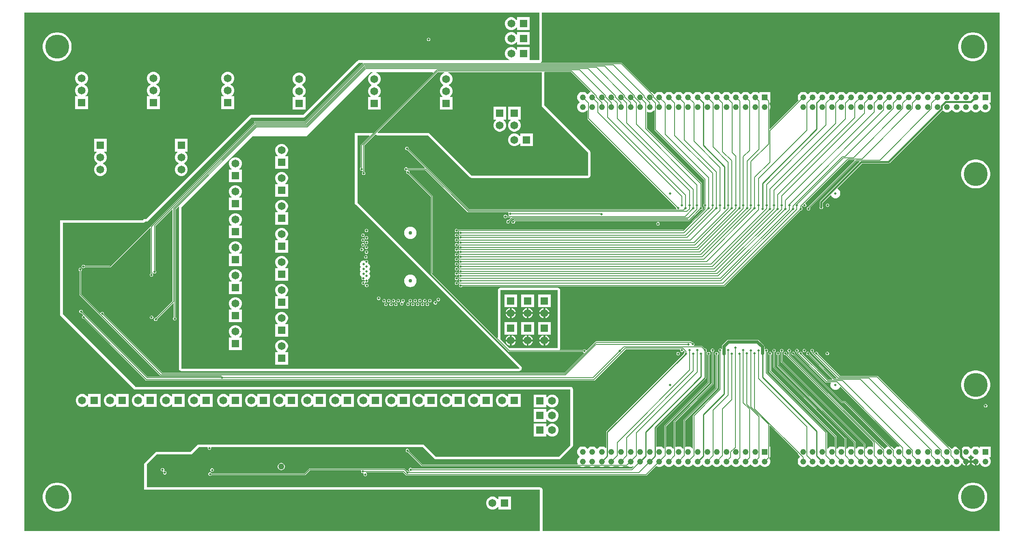
<source format=gbr>
G04*
G04 #@! TF.GenerationSoftware,Altium Limited,Altium Designer,22.4.2 (48)*
G04*
G04 Layer_Physical_Order=2*
G04 Layer_Color=6736896*
%FSLAX25Y25*%
%MOIN*%
G70*
G04*
G04 #@! TF.SameCoordinates,2DCEC4E4-29E6-4739-8FF7-65C193B2F985*
G04*
G04*
G04 #@! TF.FilePolarity,Positive*
G04*
G01*
G75*
%ADD15C,0.01000*%
%ADD60C,0.00600*%
%ADD62C,0.01500*%
%ADD63C,0.02000*%
%ADD65C,0.02953*%
%ADD66C,0.06496*%
%ADD67R,0.06496X0.06496*%
%ADD68R,0.06496X0.06496*%
%ADD69R,0.04878X0.04878*%
%ADD70C,0.04878*%
%ADD71C,0.02000*%
%ADD72C,0.19685*%
%ADD73C,0.05000*%
%ADD74C,0.02500*%
G36*
X425000Y388900D02*
X417521D01*
X417137Y389180D01*
X417137Y389400D01*
Y399676D01*
X406641D01*
Y397659D01*
X406158Y397530D01*
X406088Y397650D01*
X405111Y398627D01*
X403915Y399318D01*
X402580Y399676D01*
X401198D01*
X399863Y399318D01*
X398667Y398627D01*
X397689Y397650D01*
X396999Y396453D01*
X396641Y395118D01*
Y393737D01*
X396999Y392402D01*
X397689Y391205D01*
X398667Y390228D01*
X399863Y389537D01*
X400375Y389400D01*
X400310Y388900D01*
X276500D01*
X276500Y388900D01*
X276412Y388896D01*
X276239Y388861D01*
X276076Y388794D01*
X275929Y388696D01*
X275864Y388636D01*
X275364Y388136D01*
X231127Y343900D01*
X188000D01*
X188000Y343900D01*
X187912Y343896D01*
X187739Y343861D01*
X187576Y343794D01*
X187429Y343696D01*
X187364Y343636D01*
X102127Y258400D01*
X100500D01*
X100324Y258383D01*
X100000Y258248D01*
X99752Y258000D01*
X99617Y257676D01*
X99600Y257500D01*
X31500D01*
Y179500D01*
X92500Y118500D01*
X450500D01*
Y72500D01*
X441000Y63000D01*
X340000D01*
X330000Y73000D01*
X144500D01*
X138500Y67000D01*
X110000D01*
X100500Y57500D01*
Y36000D01*
X425500D01*
Y2039D01*
X2039D01*
Y427961D01*
X425000D01*
Y388900D01*
D02*
G37*
G36*
X802961Y2039D02*
X427539D01*
Y36000D01*
X427384Y36780D01*
X426942Y37442D01*
X426280Y37884D01*
X425500Y38039D01*
X102539D01*
Y56655D01*
X110845Y64961D01*
X138500D01*
X139280Y65116D01*
X139942Y65558D01*
X145345Y70961D01*
X152354D01*
X152631Y70545D01*
X152600Y70469D01*
Y69912D01*
X152813Y69398D01*
X153207Y69004D01*
X153721Y68791D01*
X154279D01*
X154793Y69004D01*
X155187Y69398D01*
X155400Y69912D01*
Y70469D01*
X155369Y70545D01*
X155646Y70961D01*
X329155D01*
X338558Y61558D01*
X339220Y61116D01*
X340000Y60961D01*
X441000D01*
X441780Y61116D01*
X442442Y61558D01*
X451942Y71058D01*
X452384Y71720D01*
X452539Y72500D01*
Y118500D01*
X452384Y119280D01*
X451942Y119942D01*
X451280Y120384D01*
X450500Y120539D01*
X93345D01*
X33539Y180345D01*
Y255461D01*
X99600D01*
X99894Y255519D01*
X100192Y255549D01*
X100281Y255596D01*
X100380Y255616D01*
X100629Y255783D01*
X100894Y255924D01*
X100958Y256002D01*
X101042Y256058D01*
X101208Y256307D01*
X101252Y256361D01*
X102127D01*
X102908Y256516D01*
X103569Y256958D01*
X188472Y341861D01*
X231127D01*
X231127Y341861D01*
X231908Y342016D01*
X232569Y342458D01*
X276805Y386695D01*
X276972Y386861D01*
X279905D01*
X280109Y386361D01*
X232462Y338714D01*
X191086D01*
X190813Y338659D01*
X190581Y338505D01*
X72214Y220137D01*
X51653D01*
X51620Y220217D01*
X51226Y220610D01*
X50711Y220824D01*
X50154D01*
X49640Y220610D01*
X49246Y220217D01*
X49033Y219702D01*
Y219145D01*
X49246Y218631D01*
X49640Y218237D01*
X50154Y218023D01*
X50711D01*
X51226Y218237D01*
X51620Y218631D01*
X51653Y218710D01*
X72509D01*
X72782Y218764D01*
X73014Y218919D01*
X105235Y251140D01*
X105697Y250949D01*
Y213732D01*
X105618Y213699D01*
X105224Y213305D01*
X105011Y212790D01*
Y212233D01*
X105224Y211719D01*
X105618Y211325D01*
X106132Y211112D01*
X106689D01*
X107204Y211325D01*
X107597Y211719D01*
X107811Y212233D01*
Y212790D01*
X107597Y213305D01*
X107204Y213699D01*
X107124Y213732D01*
Y214310D01*
X107624Y214410D01*
X107709Y214206D01*
X108103Y213812D01*
X108617Y213599D01*
X109174D01*
X109689Y213812D01*
X110082Y214206D01*
X110296Y214720D01*
Y215277D01*
X110082Y215792D01*
X109689Y216186D01*
X109609Y216219D01*
Y252686D01*
X123346Y266422D01*
X123808Y266231D01*
Y190940D01*
X110235Y177367D01*
X110156Y177400D01*
X109599D01*
X109084Y177187D01*
X108690Y176793D01*
X108477Y176278D01*
Y175722D01*
X108690Y175207D01*
X109084Y174813D01*
X109599Y174600D01*
X110156D01*
X110670Y174813D01*
X111064Y175207D01*
X111277Y175722D01*
Y176278D01*
X111244Y176358D01*
X124346Y189460D01*
X124808Y189268D01*
Y177741D01*
X124729Y177708D01*
X124335Y177315D01*
X124122Y176800D01*
Y176243D01*
X124335Y175729D01*
X124729Y175335D01*
X125243Y175122D01*
X125800D01*
X126315Y175335D01*
X126708Y175729D01*
X126922Y176243D01*
Y176800D01*
X126708Y177315D01*
X126315Y177708D01*
X126235Y177741D01*
Y266483D01*
X128625Y268873D01*
X129085Y268626D01*
X128961Y268000D01*
Y135500D01*
X129116Y134720D01*
X129558Y134058D01*
X130220Y133616D01*
X131000Y133461D01*
X408347Y133461D01*
X409127Y133616D01*
X409789Y134058D01*
X409789Y134058D01*
X410231Y134720D01*
X410422Y135181D01*
X410422Y135182D01*
X410577Y135962D01*
Y135962D01*
X410422Y136742D01*
X409980Y137404D01*
X275539Y271845D01*
X275539Y327161D01*
X285498D01*
X285689Y326699D01*
X278495Y319505D01*
X278341Y319273D01*
X278286Y319000D01*
Y300720D01*
X278207Y300687D01*
X277813Y300293D01*
X277600Y299779D01*
Y299221D01*
X277813Y298707D01*
X278207Y298313D01*
X278721Y298100D01*
X279278D01*
X279486Y298186D01*
X279986Y297853D01*
Y297220D01*
X279907Y297187D01*
X279513Y296793D01*
X279300Y296279D01*
Y295722D01*
X279513Y295207D01*
X279907Y294813D01*
X280421Y294600D01*
X280978D01*
X281493Y294813D01*
X281887Y295207D01*
X282100Y295722D01*
Y296279D01*
X281887Y296793D01*
X281493Y297187D01*
X281414Y297220D01*
Y318990D01*
X290295Y327871D01*
X290752Y327826D01*
X290835Y327758D01*
X291496Y327316D01*
X292277Y327161D01*
X333582D01*
X367985Y292758D01*
X368647Y292316D01*
X369427Y292161D01*
X464927D01*
X465708Y292316D01*
X466369Y292758D01*
X466811Y293420D01*
X466966Y294200D01*
Y313200D01*
X466811Y313980D01*
X466369Y314642D01*
X429039Y351972D01*
Y379000D01*
X429274Y379286D01*
X450962D01*
X467119Y363130D01*
X466990Y362647D01*
X466679Y362563D01*
X465666Y361979D01*
X464840Y361153D01*
X464705Y360919D01*
X464205D01*
X464070Y361153D01*
X463244Y361979D01*
X462231Y362563D01*
X461102Y362866D01*
X459934D01*
X458805Y362563D01*
X457793Y361979D01*
X456966Y361153D01*
X456382Y360140D01*
X456079Y359011D01*
Y357842D01*
X456382Y356714D01*
X456966Y355701D01*
X457793Y354875D01*
X458026Y354740D01*
Y354240D01*
X457793Y354105D01*
X456966Y353278D01*
X456382Y352266D01*
X456079Y351137D01*
Y349969D01*
X456382Y348840D01*
X456966Y347827D01*
X457793Y347001D01*
X458805Y346416D01*
X459934Y346114D01*
X461102D01*
X462231Y346416D01*
X463244Y347001D01*
X464039Y347797D01*
X464177Y347785D01*
X464539Y347640D01*
Y340939D01*
X464594Y340666D01*
X464748Y340434D01*
X537491Y267692D01*
X537458Y267613D01*
Y267056D01*
X537544Y266848D01*
X537211Y266348D01*
X367283D01*
X317589Y316042D01*
X317621Y316122D01*
Y316679D01*
X317408Y317193D01*
X317015Y317587D01*
X316500Y317800D01*
X315943D01*
X315428Y317587D01*
X315035Y317193D01*
X314822Y316679D01*
Y316122D01*
X315035Y315607D01*
X315428Y315213D01*
X315943Y315000D01*
X316500D01*
X316579Y315033D01*
X330937Y300676D01*
X330745Y300214D01*
X316720D01*
X316687Y300293D01*
X316293Y300687D01*
X315778Y300900D01*
X315222D01*
X314707Y300687D01*
X314313Y300293D01*
X314100Y299779D01*
Y299221D01*
X314313Y298707D01*
X314707Y298313D01*
X315222Y298100D01*
X315697D01*
X315857Y297878D01*
X315943Y297638D01*
X315863Y297559D01*
X315650Y297044D01*
Y296487D01*
X315863Y295973D01*
X316257Y295579D01*
X316772Y295366D01*
X317329D01*
X317408Y295399D01*
X336052Y276755D01*
Y213563D01*
X336106Y213289D01*
X336261Y213058D01*
X399824Y149495D01*
X400055Y149341D01*
X400328Y149286D01*
X460780D01*
X460813Y149207D01*
X461207Y148813D01*
X461415Y148727D01*
X461533Y148138D01*
X445609Y132214D01*
X115585D01*
X67403Y180396D01*
X67435Y180475D01*
Y181032D01*
X67222Y181547D01*
X66829Y181941D01*
X66314Y182154D01*
X65757D01*
X65242Y181941D01*
X64849Y181547D01*
X64763Y181339D01*
X64174Y181221D01*
X48678Y196717D01*
Y215700D01*
X48757Y215733D01*
X49151Y216127D01*
X49364Y216642D01*
Y217199D01*
X49151Y217713D01*
X48757Y218107D01*
X48243Y218320D01*
X47686D01*
X47171Y218107D01*
X46777Y217713D01*
X46564Y217199D01*
Y216642D01*
X46777Y216127D01*
X47171Y215733D01*
X47251Y215700D01*
Y196421D01*
X47305Y196148D01*
X47460Y195916D01*
X113380Y129995D01*
X113612Y129841D01*
X113885Y129786D01*
X163847D01*
X163947Y129286D01*
X163707Y129187D01*
X163313Y128793D01*
X163280Y128714D01*
X103343D01*
X49920Y182137D01*
X49935Y182175D01*
Y182732D01*
X49722Y183247D01*
X49329Y183641D01*
X48814Y183854D01*
X48257D01*
X47742Y183641D01*
X47349Y183247D01*
X47135Y182732D01*
Y182175D01*
X47349Y181661D01*
X47742Y181267D01*
X48257Y181054D01*
X48814D01*
X48934Y181104D01*
X50372Y179665D01*
X50254Y179076D01*
X50046Y178990D01*
X49653Y178596D01*
X49439Y178082D01*
Y177525D01*
X49653Y177010D01*
X50046Y176617D01*
X50561Y176403D01*
X51118D01*
X51197Y176436D01*
X101838Y125795D01*
X102070Y125641D01*
X102343Y125586D01*
X469704D01*
X469977Y125641D01*
X470209Y125795D01*
X495968Y151554D01*
X540394D01*
X540727Y151054D01*
X540641Y150846D01*
Y150289D01*
X540854Y149775D01*
X541248Y149381D01*
X541763Y149168D01*
X542319D01*
X542834Y149381D01*
X543228Y149775D01*
X543314Y149983D01*
X543903Y150101D01*
X544506Y149498D01*
Y148988D01*
X544427Y148955D01*
X544033Y148561D01*
X543820Y148046D01*
Y147666D01*
X480152Y83998D01*
X479953Y83701D01*
X479884Y83350D01*
Y70455D01*
X479384Y70248D01*
X478992Y70640D01*
X477979Y71225D01*
X476850Y71527D01*
X475682D01*
X474553Y71225D01*
X473540Y70640D01*
X472714Y69814D01*
X472579Y69580D01*
X472079D01*
X471944Y69814D01*
X471118Y70640D01*
X470105Y71225D01*
X468976Y71527D01*
X467808D01*
X466679Y71225D01*
X465666Y70640D01*
X464840Y69814D01*
X464705Y69580D01*
X464205D01*
X464070Y69814D01*
X463244Y70640D01*
X462231Y71225D01*
X461102Y71527D01*
X459934D01*
X458805Y71225D01*
X457793Y70640D01*
X456966Y69814D01*
X456382Y68802D01*
X456079Y67673D01*
Y66504D01*
X456382Y65375D01*
X456966Y64363D01*
X457793Y63536D01*
X458026Y63401D01*
Y62901D01*
X457793Y62766D01*
X456966Y61940D01*
X456382Y60928D01*
X456079Y59799D01*
Y58630D01*
X456382Y57501D01*
X456543Y57222D01*
X456293Y56789D01*
X328970D01*
X317958Y67802D01*
X317991Y67881D01*
Y68438D01*
X317777Y68953D01*
X317384Y69346D01*
X316869Y69560D01*
X316312D01*
X315797Y69346D01*
X315404Y68953D01*
X315191Y68438D01*
Y67881D01*
X315404Y67366D01*
X315797Y66973D01*
X316312Y66760D01*
X316869D01*
X316948Y66792D01*
X328170Y55571D01*
X328401Y55416D01*
X328675Y55362D01*
X458313D01*
X458805Y55078D01*
X459934Y54775D01*
X461102D01*
X462231Y55078D01*
X462723Y55362D01*
X466187D01*
X466679Y55078D01*
X467808Y54775D01*
X468976D01*
X470105Y55078D01*
X470597Y55362D01*
X474061D01*
X474553Y55078D01*
X475682Y54775D01*
X476850D01*
X477979Y55078D01*
X478471Y55362D01*
X481935D01*
X482427Y55078D01*
X483556Y54775D01*
X484725D01*
X485854Y55078D01*
X486345Y55362D01*
X489809D01*
X490301Y55078D01*
X491430Y54775D01*
X492599D01*
X493728Y55078D01*
X494219Y55362D01*
X496749D01*
X497022Y55416D01*
X497254Y55571D01*
X497279Y55595D01*
X498175Y55078D01*
X499304Y54775D01*
X500473D01*
X501602Y55078D01*
X502330Y55498D01*
X502637Y55098D01*
X500802Y53263D01*
X320411D01*
X320378Y53342D01*
X319984Y53736D01*
X319470Y53949D01*
X318913D01*
X318398Y53736D01*
X318004Y53342D01*
X317791Y52828D01*
Y52271D01*
X318004Y51756D01*
X318388Y51373D01*
X318386Y51314D01*
X318273Y50873D01*
X317810D01*
X317777Y50953D01*
X317384Y51346D01*
X316869Y51560D01*
X316312D01*
X316233Y51527D01*
X314555Y53205D01*
X314323Y53359D01*
X314050Y53414D01*
X236228D01*
X235955Y53359D01*
X235723Y53205D01*
X232073Y49554D01*
X155766D01*
X155733Y49634D01*
X155339Y50028D01*
X154825Y50241D01*
X154268D01*
X153753Y50028D01*
X153359Y49634D01*
X153146Y49119D01*
Y48562D01*
X153359Y48048D01*
X153753Y47654D01*
X154268Y47441D01*
X154825D01*
X155339Y47654D01*
X155733Y48048D01*
X155766Y48127D01*
X232368D01*
X232642Y48181D01*
X232873Y48336D01*
X236523Y51986D01*
X278353D01*
X278686Y51486D01*
X278600Y51279D01*
Y50722D01*
X278813Y50207D01*
X279207Y49813D01*
X279721Y49600D01*
X280278D01*
X280508Y49695D01*
X280780Y49337D01*
X280807Y49278D01*
X280600Y48779D01*
Y48221D01*
X280813Y47707D01*
X281207Y47313D01*
X281721Y47100D01*
X282278D01*
X282793Y47313D01*
X283187Y47707D01*
X283400Y48221D01*
Y48779D01*
X283187Y49293D01*
X282793Y49687D01*
X282553Y49786D01*
X282652Y50286D01*
X313050D01*
X315382Y47955D01*
X315613Y47800D01*
X315886Y47746D01*
X512755D01*
X513028Y47800D01*
X513260Y47955D01*
X520901Y55595D01*
X521797Y55078D01*
X522926Y54775D01*
X524095D01*
X525224Y55078D01*
X526236Y55662D01*
X527062Y56489D01*
X527197Y56722D01*
X527697D01*
X527832Y56489D01*
X528659Y55662D01*
X529671Y55078D01*
X530800Y54775D01*
X531969D01*
X533098Y55078D01*
X534110Y55662D01*
X534936Y56489D01*
X535071Y56722D01*
X535571D01*
X535706Y56489D01*
X536533Y55662D01*
X537545Y55078D01*
X538674Y54775D01*
X539843D01*
X540972Y55078D01*
X541984Y55662D01*
X542810Y56489D01*
X542945Y56722D01*
X543445D01*
X543580Y56489D01*
X544407Y55662D01*
X545419Y55078D01*
X546548Y54775D01*
X547717D01*
X548846Y55078D01*
X549858Y55662D01*
X550684Y56489D01*
X550819Y56722D01*
X551319D01*
X551454Y56489D01*
X552281Y55662D01*
X553293Y55078D01*
X554422Y54775D01*
X555591D01*
X556720Y55078D01*
X557732Y55662D01*
X558558Y56489D01*
X558693Y56722D01*
X559193D01*
X559328Y56489D01*
X560155Y55662D01*
X561167Y55078D01*
X562296Y54775D01*
X563465D01*
X564594Y55078D01*
X565606Y55662D01*
X566432Y56489D01*
X566567Y56722D01*
X567067D01*
X567202Y56489D01*
X568029Y55662D01*
X569041Y55078D01*
X570170Y54775D01*
X571339D01*
X572468Y55078D01*
X573480Y55662D01*
X574306Y56489D01*
X574441Y56723D01*
X574941D01*
X575076Y56489D01*
X575903Y55662D01*
X576915Y55078D01*
X578044Y54775D01*
X579213D01*
X580342Y55078D01*
X581354Y55662D01*
X582181Y56489D01*
X582315Y56722D01*
X582815D01*
X582950Y56489D01*
X583777Y55662D01*
X584789Y55078D01*
X585918Y54775D01*
X587087D01*
X588216Y55078D01*
X589228Y55662D01*
X590055Y56489D01*
X590189Y56722D01*
X590689D01*
X590824Y56489D01*
X591651Y55662D01*
X592663Y55078D01*
X593792Y54775D01*
X594961D01*
X596090Y55078D01*
X597102Y55662D01*
X597928Y56489D01*
X598063Y56722D01*
X598563D01*
X598698Y56489D01*
X599525Y55662D01*
X600537Y55078D01*
X601666Y54775D01*
X602835D01*
X603964Y55078D01*
X604976Y55662D01*
X605802Y56489D01*
X605937Y56722D01*
X606437D01*
X606572Y56489D01*
X607399Y55662D01*
X608411Y55078D01*
X609540Y54775D01*
X610709D01*
X611838Y55078D01*
X612850Y55662D01*
X613677Y56489D01*
X614261Y57501D01*
X614563Y58630D01*
Y59799D01*
X614261Y60928D01*
X613743Y61824D01*
X613768Y61849D01*
X613923Y62080D01*
X613977Y62353D01*
Y62649D01*
X614563D01*
Y71527D01*
X613977D01*
Y88630D01*
X614439Y88821D01*
X637337Y65923D01*
X637484Y65375D01*
X638068Y64363D01*
X638895Y63536D01*
X639129Y63401D01*
Y62901D01*
X638895Y62766D01*
X638068Y61940D01*
X637484Y60928D01*
X637182Y59799D01*
Y58630D01*
X637484Y57501D01*
X638068Y56489D01*
X638895Y55662D01*
X639907Y55078D01*
X641036Y54775D01*
X642205D01*
X643334Y55078D01*
X644346Y55662D01*
X645173Y56489D01*
X645307Y56722D01*
X645807D01*
X645942Y56489D01*
X646769Y55662D01*
X647781Y55078D01*
X648910Y54775D01*
X650079D01*
X651208Y55078D01*
X652220Y55662D01*
X653047Y56489D01*
X653181Y56722D01*
X653681D01*
X653816Y56489D01*
X654643Y55662D01*
X655655Y55078D01*
X656784Y54775D01*
X657953D01*
X659082Y55078D01*
X660094Y55662D01*
X660920Y56489D01*
X661055Y56722D01*
X661555D01*
X661690Y56489D01*
X662517Y55662D01*
X663529Y55078D01*
X664658Y54775D01*
X665827D01*
X666956Y55078D01*
X667968Y55662D01*
X668794Y56489D01*
X668929Y56722D01*
X669429D01*
X669564Y56489D01*
X670391Y55662D01*
X671403Y55078D01*
X672532Y54775D01*
X673701D01*
X674830Y55078D01*
X675842Y55662D01*
X676669Y56489D01*
X676803Y56723D01*
X677304D01*
X677439Y56489D01*
X678265Y55662D01*
X679277Y55078D01*
X680406Y54775D01*
X681575D01*
X682704Y55078D01*
X683716Y55662D01*
X684543Y56489D01*
X684678Y56722D01*
X685178D01*
X685313Y56489D01*
X686139Y55662D01*
X687151Y55078D01*
X688280Y54775D01*
X689449D01*
X690578Y55078D01*
X691590Y55662D01*
X692417Y56489D01*
X692552Y56722D01*
X693052D01*
X693187Y56489D01*
X694013Y55662D01*
X695025Y55078D01*
X696154Y54775D01*
X697323D01*
X698452Y55078D01*
X699464Y55662D01*
X700291Y56489D01*
X700426Y56722D01*
X700926D01*
X701061Y56489D01*
X701887Y55662D01*
X702899Y55078D01*
X704028Y54775D01*
X705197D01*
X706326Y55078D01*
X707338Y55662D01*
X708165Y56489D01*
X708300Y56722D01*
X708800D01*
X708935Y56489D01*
X709761Y55662D01*
X710773Y55078D01*
X711902Y54775D01*
X713071D01*
X714200Y55078D01*
X715212Y55662D01*
X716039Y56489D01*
X716174Y56722D01*
X716674D01*
X716809Y56489D01*
X717635Y55662D01*
X718647Y55078D01*
X719776Y54775D01*
X720945D01*
X722074Y55078D01*
X723086Y55662D01*
X723913Y56489D01*
X724048Y56722D01*
X724548D01*
X724683Y56489D01*
X725509Y55662D01*
X726521Y55078D01*
X727650Y54775D01*
X728819D01*
X729948Y55078D01*
X730960Y55662D01*
X731787Y56489D01*
X731922Y56722D01*
X732422D01*
X732557Y56489D01*
X733383Y55662D01*
X734395Y55078D01*
X735524Y54775D01*
X736693D01*
X737822Y55078D01*
X738834Y55662D01*
X739661Y56489D01*
X739796Y56722D01*
X740296D01*
X740431Y56489D01*
X741257Y55662D01*
X742269Y55078D01*
X743398Y54775D01*
X744567D01*
X745696Y55078D01*
X746708Y55662D01*
X747535Y56489D01*
X747670Y56722D01*
X748170D01*
X748305Y56489D01*
X749131Y55662D01*
X750143Y55078D01*
X751272Y54775D01*
X752441D01*
X753570Y55078D01*
X754582Y55662D01*
X755409Y56489D01*
X755544Y56722D01*
X756044D01*
X756179Y56489D01*
X757005Y55662D01*
X758017Y55078D01*
X759146Y54775D01*
X760315D01*
X761444Y55078D01*
X762456Y55662D01*
X763283Y56489D01*
X763418Y56722D01*
X763918D01*
X764053Y56489D01*
X764879Y55662D01*
X765891Y55078D01*
X767020Y54775D01*
X768189D01*
X769318Y55078D01*
X770330Y55662D01*
X771157Y56489D01*
X771741Y57501D01*
X771805Y57739D01*
X771972Y57792D01*
X772334Y57783D01*
X772727Y57103D01*
X773367Y56463D01*
X774151Y56010D01*
X774729Y55855D01*
Y59214D01*
X775479D01*
Y59964D01*
X778838D01*
X778683Y60542D01*
X778230Y61326D01*
X777590Y61966D01*
X776910Y62359D01*
X776901Y62721D01*
X776954Y62888D01*
X777192Y62952D01*
X778204Y63536D01*
X779031Y64363D01*
X779166Y64597D01*
X779666D01*
X779801Y64363D01*
X780627Y63536D01*
X781639Y62952D01*
X781878Y62888D01*
X781930Y62721D01*
X781921Y62359D01*
X781241Y61966D01*
X780601Y61326D01*
X780148Y60542D01*
X779993Y59964D01*
X783353D01*
Y59214D01*
X784103D01*
Y55855D01*
X784680Y56010D01*
X785464Y56463D01*
X786105Y57103D01*
X786497Y57783D01*
X786860Y57792D01*
X787027Y57739D01*
X787090Y57501D01*
X787675Y56489D01*
X788501Y55662D01*
X789513Y55078D01*
X790642Y54775D01*
X791811D01*
X792940Y55078D01*
X793952Y55662D01*
X794779Y56489D01*
X795363Y57501D01*
X795666Y58630D01*
Y59799D01*
X795363Y60928D01*
X794779Y61940D01*
X794531Y62187D01*
X794723Y62649D01*
X795666D01*
Y71527D01*
X786788D01*
Y70584D01*
X786326Y70393D01*
X786078Y70640D01*
X785066Y71225D01*
X783937Y71527D01*
X782768D01*
X781639Y71225D01*
X780627Y70640D01*
X779801Y69814D01*
X779666Y69580D01*
X779166D01*
X779031Y69814D01*
X778204Y70640D01*
X777192Y71225D01*
X776063Y71527D01*
X774894D01*
X773765Y71225D01*
X772753Y70640D01*
X771927Y69814D01*
X771792Y69580D01*
X771292D01*
X771157Y69814D01*
X770330Y70640D01*
X769318Y71225D01*
X768189Y71527D01*
X767020D01*
X765891Y71225D01*
X764879Y70640D01*
X764053Y69814D01*
X763918Y69580D01*
X763418D01*
X763283Y69814D01*
X762456Y70640D01*
X761444Y71225D01*
X760896Y71372D01*
X702994Y129273D01*
X702763Y129428D01*
X702490Y129482D01*
X672027D01*
X653867Y147642D01*
X653900Y147722D01*
Y148278D01*
X653687Y148793D01*
X653293Y149187D01*
X652778Y149400D01*
X652221D01*
X651707Y149187D01*
X651313Y148793D01*
X651227Y148585D01*
X650638Y148467D01*
X650170Y148935D01*
Y149546D01*
X650187Y149563D01*
X650400Y150077D01*
Y150634D01*
X650187Y151149D01*
X649793Y151543D01*
X649278Y151756D01*
X648722D01*
X648207Y151543D01*
X647813Y151149D01*
X647600Y150634D01*
Y150077D01*
X647813Y149563D01*
X648207Y149169D01*
X648554Y149025D01*
Y148828D01*
X648608Y148555D01*
X648763Y148323D01*
X669142Y127944D01*
X668951Y127482D01*
X667156D01*
X646996Y147642D01*
X647029Y147722D01*
Y148278D01*
X646816Y148793D01*
X646422Y149187D01*
X645907Y149400D01*
X645350D01*
X644836Y149187D01*
X644442Y148793D01*
X644229Y148278D01*
Y147722D01*
X644442Y147207D01*
X644836Y146813D01*
X645350Y146600D01*
X645907D01*
X645987Y146633D01*
X665675Y126944D01*
X665484Y126482D01*
X662223D01*
X641063Y147642D01*
X641096Y147722D01*
Y148278D01*
X640883Y148793D01*
X640489Y149187D01*
X639974Y149400D01*
X639418D01*
X638903Y149187D01*
X638509Y148793D01*
X638423Y148585D01*
X637834Y148467D01*
X637478Y148824D01*
Y149357D01*
X637683Y149563D01*
X637896Y150077D01*
Y150634D01*
X637683Y151149D01*
X637289Y151543D01*
X636774Y151756D01*
X636218D01*
X635703Y151543D01*
X635309Y151149D01*
X635096Y150634D01*
Y150077D01*
X635309Y149563D01*
X635703Y149169D01*
X636050Y149025D01*
Y148528D01*
X636104Y148255D01*
X636259Y148023D01*
X660019Y124264D01*
X660250Y124109D01*
X660523Y124055D01*
X664188D01*
X664339Y123793D01*
X664417Y123555D01*
X664160Y122595D01*
Y121542D01*
X664432Y120525D01*
X664959Y119613D01*
X665704Y118868D01*
X666616Y118341D01*
X667633Y118069D01*
X668686D01*
X669704Y118341D01*
X670616Y118868D01*
X671361Y119613D01*
X671857Y120473D01*
X672081Y120586D01*
X672373Y120664D01*
X721056Y71981D01*
X720803Y71527D01*
X719776D01*
X718647Y71225D01*
X717635Y70640D01*
X716809Y69814D01*
X716674Y69580D01*
X716174D01*
X716039Y69814D01*
X715212Y70640D01*
X714200Y71225D01*
X713652Y71372D01*
X676459Y108565D01*
X676227Y108720D01*
X675954Y108774D01*
X673676D01*
X634808Y147642D01*
X634841Y147722D01*
Y148278D01*
X634628Y148793D01*
X634234Y149187D01*
X633719Y149400D01*
X633163D01*
X632648Y149187D01*
X632254Y148793D01*
X632041Y148278D01*
Y147722D01*
X632254Y147207D01*
X632648Y146813D01*
X633163Y146600D01*
X633719D01*
X633799Y146633D01*
X672876Y107556D01*
X673108Y107401D01*
X673381Y107347D01*
X675658D01*
X711214Y71791D01*
X711084Y71308D01*
X710773Y71225D01*
X709761Y70640D01*
X708935Y69814D01*
X708800Y69580D01*
X708300D01*
X708165Y69814D01*
X707338Y70640D01*
X706326Y71225D01*
X706322Y71226D01*
X630955Y146593D01*
Y149136D01*
X631034Y149169D01*
X631428Y149563D01*
X631641Y150077D01*
Y150634D01*
X631428Y151149D01*
X631034Y151543D01*
X630519Y151756D01*
X629963D01*
X629448Y151543D01*
X629054Y151149D01*
X628841Y150634D01*
Y150077D01*
X629054Y149563D01*
X629448Y149169D01*
X629527Y149136D01*
Y147135D01*
X629065Y146944D01*
X628367Y147642D01*
X628400Y147722D01*
Y148278D01*
X628187Y148793D01*
X627793Y149187D01*
X627279Y149400D01*
X626721D01*
X626207Y149187D01*
X625813Y148793D01*
X625600Y148278D01*
Y147722D01*
X625813Y147207D01*
X626207Y146813D01*
X626721Y146600D01*
X627279D01*
X627358Y146633D01*
X699164Y74827D01*
Y71314D01*
X698731Y71064D01*
X698452Y71225D01*
X697323Y71527D01*
X696154D01*
X695025Y71225D01*
X694013Y70640D01*
X693217Y69845D01*
X693080Y69857D01*
X692717Y70001D01*
Y73540D01*
X692663Y73813D01*
X692508Y74045D01*
X624714Y141839D01*
Y149136D01*
X624793Y149169D01*
X625187Y149563D01*
X625400Y150077D01*
Y150634D01*
X625187Y151149D01*
X624793Y151543D01*
X624278Y151756D01*
X623722D01*
X623207Y151543D01*
X622813Y151149D01*
X622600Y150634D01*
Y150077D01*
X622813Y149563D01*
X623207Y149169D01*
X623286Y149136D01*
Y141544D01*
X623341Y141271D01*
X623495Y141039D01*
X691290Y73245D01*
Y71314D01*
X690857Y71064D01*
X690578Y71225D01*
X689449Y71527D01*
X688280D01*
X687151Y71225D01*
X686139Y70640D01*
X685343Y69845D01*
X685206Y69857D01*
X684843Y70001D01*
Y74792D01*
X684789Y75065D01*
X684634Y75296D01*
X621743Y138188D01*
Y146736D01*
X621822Y146769D01*
X622216Y147163D01*
X622429Y147677D01*
Y148234D01*
X622216Y148749D01*
X621822Y149143D01*
X621307Y149356D01*
X620750D01*
X620236Y149143D01*
X619842Y148749D01*
X619629Y148234D01*
Y147677D01*
X619842Y147163D01*
X620236Y146769D01*
X620315Y146736D01*
Y137892D01*
X620369Y137619D01*
X620524Y137388D01*
X683416Y74496D01*
Y71314D01*
X682983Y71064D01*
X682704Y71225D01*
X681575Y71527D01*
X680406D01*
X679277Y71225D01*
X678265Y70640D01*
X677469Y69845D01*
X677332Y69856D01*
X676969Y70001D01*
Y78271D01*
X676915Y78544D01*
X676760Y78775D01*
X618427Y137109D01*
Y149136D01*
X618506Y149169D01*
X618900Y149563D01*
X619113Y150077D01*
Y150634D01*
X618900Y151149D01*
X618506Y151543D01*
X617991Y151756D01*
X617434D01*
X616920Y151543D01*
X616526Y151149D01*
X616313Y150634D01*
Y150077D01*
X616526Y149563D01*
X616920Y149169D01*
X616999Y149136D01*
Y136813D01*
X617054Y136540D01*
X617208Y136309D01*
X675542Y77975D01*
Y71314D01*
X675109Y71064D01*
X674830Y71225D01*
X673701Y71527D01*
X672532D01*
X671403Y71225D01*
X670391Y70640D01*
X669595Y69845D01*
X669457Y69857D01*
X669095Y70001D01*
Y79423D01*
X669041Y79697D01*
X668886Y79928D01*
X615214Y133600D01*
Y146780D01*
X615293Y146813D01*
X615687Y147207D01*
X615900Y147722D01*
Y148278D01*
X615687Y148793D01*
X615293Y149187D01*
X614779Y149400D01*
X614221D01*
X613707Y149187D01*
X613313Y148793D01*
X613100Y148278D01*
Y147722D01*
X613313Y147207D01*
X613707Y146813D01*
X613786Y146780D01*
Y133305D01*
X613841Y133032D01*
X613995Y132800D01*
X667668Y79128D01*
Y71314D01*
X667235Y71064D01*
X666956Y71225D01*
X665827Y71527D01*
X664658D01*
X663529Y71225D01*
X662517Y70640D01*
X661721Y69845D01*
X661583Y69857D01*
X661221Y70001D01*
Y82993D01*
X661167Y83266D01*
X661012Y83497D01*
X612122Y132387D01*
Y149136D01*
X612202Y149169D01*
X612596Y149563D01*
X612809Y150077D01*
Y150634D01*
X612596Y151149D01*
X612202Y151543D01*
X611687Y151756D01*
X611130D01*
X610616Y151543D01*
X610423Y151350D01*
X609923Y151558D01*
Y153259D01*
X609795Y153903D01*
X609431Y154449D01*
X605190Y158690D01*
X604644Y159054D01*
X604000Y159182D01*
X580222D01*
X580222Y159182D01*
X579578Y159054D01*
X579032Y158690D01*
X575407Y155064D01*
X575042Y154518D01*
X574914Y153874D01*
Y151841D01*
X574414Y151634D01*
X574293Y151755D01*
X573778Y151968D01*
X573221D01*
X572707Y151755D01*
X572313Y151361D01*
X572100Y150846D01*
Y150289D01*
X572313Y149775D01*
X572707Y149381D01*
X572786Y149348D01*
Y118760D01*
X551363Y97336D01*
X551208Y97105D01*
X551154Y96832D01*
Y70001D01*
X550791Y69857D01*
X550654Y69845D01*
X549858Y70640D01*
X548846Y71225D01*
X547717Y71527D01*
X546548D01*
X545419Y71225D01*
X545140Y71064D01*
X544707Y71314D01*
Y92699D01*
X571005Y118997D01*
X571159Y119228D01*
X571214Y119501D01*
Y146548D01*
X571293Y146581D01*
X571687Y146975D01*
X571900Y147490D01*
Y148046D01*
X571687Y148561D01*
X571293Y148955D01*
X570779Y149168D01*
X570222D01*
X569707Y148955D01*
X569313Y148561D01*
X569100Y148046D01*
Y147490D01*
X569313Y146975D01*
X569707Y146581D01*
X569786Y146548D01*
Y119797D01*
X543489Y93499D01*
X543334Y93268D01*
X543280Y92995D01*
Y70001D01*
X542917Y69857D01*
X542780Y69845D01*
X541984Y70640D01*
X540972Y71225D01*
X539843Y71527D01*
X538674D01*
X537545Y71225D01*
X537266Y71064D01*
X536833Y71314D01*
Y91791D01*
X567746Y122704D01*
X567900Y122936D01*
X567955Y123209D01*
Y149348D01*
X568034Y149381D01*
X568428Y149775D01*
X568641Y150289D01*
Y150846D01*
X568428Y151361D01*
X568034Y151755D01*
X567520Y151968D01*
X566963D01*
X566448Y151755D01*
X566054Y151361D01*
X565841Y150846D01*
Y150289D01*
X566054Y149775D01*
X566448Y149381D01*
X566527Y149348D01*
Y123504D01*
X535615Y92592D01*
X535460Y92360D01*
X535406Y92087D01*
Y70001D01*
X535043Y69857D01*
X534906Y69845D01*
X534110Y70640D01*
X533098Y71225D01*
X531969Y71527D01*
X530800D01*
X529671Y71225D01*
X529392Y71064D01*
X528959Y71314D01*
Y88065D01*
X564524Y123630D01*
X564679Y123862D01*
X564733Y124135D01*
Y146548D01*
X564813Y146581D01*
X565206Y146975D01*
X565420Y147490D01*
Y148046D01*
X565206Y148561D01*
X564813Y148955D01*
X564298Y149168D01*
X563741D01*
X563227Y148955D01*
X562833Y148561D01*
X562620Y148046D01*
Y147490D01*
X562833Y146975D01*
X563227Y146581D01*
X563306Y146548D01*
Y124431D01*
X527741Y88866D01*
X527586Y88634D01*
X527531Y88361D01*
Y70001D01*
X527169Y69857D01*
X527032Y69845D01*
X526236Y70640D01*
X525224Y71225D01*
X524095Y71527D01*
X522926D01*
X521797Y71225D01*
X521522Y71066D01*
X521089Y71316D01*
Y86744D01*
X561668Y127323D01*
X561867Y127621D01*
X561937Y127972D01*
Y149506D01*
X562207Y149775D01*
X562420Y150289D01*
Y150846D01*
X562207Y151361D01*
X561813Y151755D01*
X561298Y151968D01*
X560741D01*
X560662Y151935D01*
X558824Y153773D01*
X558593Y153927D01*
X558320Y153982D01*
X551920D01*
X551789Y154330D01*
X551776Y154482D01*
X552138Y154844D01*
X552351Y155359D01*
Y155915D01*
X552138Y156430D01*
X551744Y156824D01*
X551229Y157037D01*
X550672D01*
X550593Y157004D01*
X549893Y157705D01*
X549661Y157859D01*
X549388Y157914D01*
X471604D01*
X471331Y157859D01*
X471100Y157705D01*
X463862Y150467D01*
X463273Y150585D01*
X463187Y150793D01*
X462793Y151187D01*
X462279Y151400D01*
X461722D01*
X461207Y151187D01*
X460813Y150793D01*
X460780Y150714D01*
X441758D01*
X441546Y151214D01*
X441884Y151720D01*
X442039Y152500D01*
Y200000D01*
X441884Y200780D01*
X441442Y201442D01*
X440780Y201884D01*
X440000Y202039D01*
X393000D01*
X392220Y201884D01*
X391558Y201442D01*
X391116Y200780D01*
X390961Y200000D01*
Y161030D01*
X390499Y160839D01*
X337479Y213858D01*
Y277050D01*
X337425Y277324D01*
X337270Y277555D01*
X318417Y296408D01*
X318450Y296487D01*
Y297044D01*
X318237Y297559D01*
X317843Y297953D01*
X317329Y298166D01*
X317253D01*
X317073Y298338D01*
X316965Y298666D01*
X317082Y298786D01*
X331412D01*
X366069Y264129D01*
X366300Y263975D01*
X366573Y263920D01*
X399487D01*
X399742Y263420D01*
X399600Y263078D01*
Y262522D01*
X399813Y262007D01*
X400106Y261714D01*
X399973Y261245D01*
X399953Y261214D01*
X398220D01*
X398187Y261293D01*
X397793Y261687D01*
X397278Y261900D01*
X396722D01*
X396207Y261687D01*
X395813Y261293D01*
X395600Y260778D01*
Y260222D01*
X395813Y259707D01*
X396207Y259313D01*
X396722Y259100D01*
X397278D01*
X397793Y259313D01*
X398187Y259707D01*
X398220Y259786D01*
X401224D01*
X401415Y259324D01*
X399658Y257567D01*
X399578Y257600D01*
X399022D01*
X398507Y257387D01*
X398113Y256993D01*
X397900Y256479D01*
Y255922D01*
X398113Y255407D01*
X398507Y255013D01*
X399022Y254800D01*
X399578D01*
X400093Y255013D01*
X400487Y255407D01*
X400700Y255922D01*
Y256479D01*
X400667Y256558D01*
X402896Y258786D01*
X546994D01*
X547274Y258286D01*
X547229Y258214D01*
X405000D01*
X404727Y258159D01*
X404495Y258005D01*
X403858Y257367D01*
X403779Y257400D01*
X403222D01*
X402707Y257187D01*
X402313Y256793D01*
X402100Y256278D01*
Y255721D01*
X402313Y255207D01*
X402707Y254813D01*
X403222Y254600D01*
X403779D01*
X404293Y254813D01*
X404687Y255207D01*
X404900Y255721D01*
Y256278D01*
X404867Y256358D01*
X405296Y256786D01*
X547920D01*
X548193Y256841D01*
X548425Y256995D01*
X557396Y265967D01*
X557476Y265934D01*
X558033D01*
X558547Y266147D01*
X558941Y266541D01*
X559154Y267056D01*
Y267613D01*
X558941Y268127D01*
X558547Y268521D01*
X558468Y268554D01*
Y287495D01*
X558414Y287768D01*
X558259Y288000D01*
X513211Y333048D01*
Y346327D01*
X513644Y346578D01*
X513923Y346416D01*
X515052Y346114D01*
X516221D01*
X517350Y346416D01*
X518362Y347001D01*
X519158Y347797D01*
X519295Y347785D01*
X519658Y347640D01*
Y331647D01*
X519712Y331374D01*
X519867Y331142D01*
X560286Y290722D01*
Y270971D01*
X560207Y270938D01*
X559813Y270544D01*
X559600Y270030D01*
Y269473D01*
X559813Y268958D01*
X560207Y268565D01*
X560286Y268532D01*
Y266796D01*
X543194Y249704D01*
X358137D01*
X358104Y249783D01*
X357711Y250177D01*
X357196Y250390D01*
X356639D01*
X356124Y250177D01*
X355731Y249783D01*
X355518Y249269D01*
Y248712D01*
X355731Y248197D01*
X356124Y247803D01*
X356639Y247590D01*
X357196D01*
X357711Y247803D01*
X358104Y248197D01*
X358137Y248276D01*
X359089D01*
X359313Y247793D01*
X359100Y247278D01*
Y246722D01*
X359288Y246267D01*
X359188Y246001D01*
X359046Y245767D01*
X358137D01*
X358104Y245846D01*
X357711Y246240D01*
X357196Y246453D01*
X356639D01*
X356124Y246240D01*
X355731Y245846D01*
X355518Y245332D01*
Y244775D01*
X355731Y244260D01*
X356124Y243866D01*
X356639Y243653D01*
X357196D01*
X357711Y243866D01*
X358104Y244260D01*
X358137Y244339D01*
X358802D01*
X359065Y243839D01*
X358929Y243512D01*
Y242955D01*
X359143Y242441D01*
X359253Y242330D01*
X359046Y241830D01*
X358137D01*
X358104Y241909D01*
X357711Y242303D01*
X357196Y242516D01*
X356639D01*
X356124Y242303D01*
X355731Y241909D01*
X355518Y241395D01*
Y240838D01*
X355731Y240323D01*
X356124Y239929D01*
X356639Y239716D01*
X357196D01*
X357711Y239929D01*
X358104Y240323D01*
X358137Y240402D01*
X359089D01*
X359313Y239919D01*
X359100Y239405D01*
Y238847D01*
X359288Y238393D01*
X359188Y238127D01*
X359046Y237893D01*
X358137D01*
X358104Y237972D01*
X357711Y238366D01*
X357196Y238579D01*
X356639D01*
X356124Y238366D01*
X355731Y237972D01*
X355518Y237458D01*
Y236901D01*
X355731Y236386D01*
X356124Y235992D01*
X356639Y235779D01*
X357196D01*
X357711Y235992D01*
X358104Y236386D01*
X358137Y236465D01*
X359089D01*
X359313Y235982D01*
X359100Y235468D01*
Y234910D01*
X359288Y234456D01*
X359188Y234190D01*
X359046Y233956D01*
X358137D01*
X358104Y234035D01*
X357711Y234429D01*
X357196Y234642D01*
X356639D01*
X356124Y234429D01*
X355731Y234035D01*
X355518Y233521D01*
Y232964D01*
X355731Y232449D01*
X356124Y232055D01*
X356639Y231842D01*
X357196D01*
X357711Y232055D01*
X358104Y232449D01*
X358137Y232528D01*
X359089D01*
X359313Y232045D01*
X359100Y231530D01*
Y230974D01*
X359288Y230519D01*
X359188Y230253D01*
X359046Y230019D01*
X358137D01*
X358104Y230098D01*
X357711Y230492D01*
X357196Y230705D01*
X356639D01*
X356124Y230492D01*
X355731Y230098D01*
X355518Y229584D01*
Y229027D01*
X355731Y228512D01*
X356124Y228118D01*
X356639Y227905D01*
X357196D01*
X357711Y228118D01*
X358104Y228512D01*
X358137Y228591D01*
X359089D01*
X359313Y228108D01*
X359100Y227593D01*
Y227036D01*
X359288Y226582D01*
X359188Y226316D01*
X359046Y226082D01*
X358137D01*
X358104Y226161D01*
X357711Y226555D01*
X357196Y226768D01*
X356639D01*
X356124Y226555D01*
X355731Y226161D01*
X355518Y225647D01*
Y225090D01*
X355731Y224575D01*
X356124Y224181D01*
X356639Y223968D01*
X357196D01*
X357711Y224181D01*
X358104Y224575D01*
X358137Y224654D01*
X359089D01*
X359313Y224171D01*
X359100Y223656D01*
Y223099D01*
X359288Y222645D01*
X359188Y222379D01*
X359046Y222145D01*
X358137D01*
X358104Y222224D01*
X357711Y222618D01*
X357196Y222831D01*
X356639D01*
X356124Y222618D01*
X355731Y222224D01*
X355518Y221710D01*
Y221153D01*
X355731Y220638D01*
X356124Y220244D01*
X356639Y220031D01*
X357196D01*
X357711Y220244D01*
X358104Y220638D01*
X358137Y220717D01*
X359089D01*
X359313Y220234D01*
X359100Y219719D01*
Y219163D01*
X359288Y218708D01*
X359188Y218442D01*
X359046Y218208D01*
X358137D01*
X358104Y218287D01*
X357711Y218681D01*
X357196Y218894D01*
X356639D01*
X356124Y218681D01*
X355731Y218287D01*
X355518Y217773D01*
Y217216D01*
X355731Y216701D01*
X356124Y216307D01*
X356639Y216094D01*
X357196D01*
X357711Y216307D01*
X358104Y216701D01*
X358137Y216780D01*
X359089D01*
X359313Y216297D01*
X359100Y215782D01*
Y215226D01*
X359288Y214771D01*
X359188Y214505D01*
X359046Y214271D01*
X358137D01*
X358104Y214350D01*
X357711Y214744D01*
X357196Y214957D01*
X356639D01*
X356124Y214744D01*
X355731Y214350D01*
X355518Y213836D01*
Y213279D01*
X355731Y212764D01*
X356124Y212370D01*
X356639Y212157D01*
X357196D01*
X357711Y212370D01*
X358104Y212764D01*
X358137Y212843D01*
X359089D01*
X359313Y212360D01*
X359100Y211845D01*
Y211288D01*
X359288Y210834D01*
X359188Y210568D01*
X359046Y210334D01*
X358137D01*
X358104Y210413D01*
X357711Y210807D01*
X357196Y211020D01*
X356639D01*
X356124Y210807D01*
X355731Y210413D01*
X355518Y209899D01*
Y209342D01*
X355731Y208827D01*
X356124Y208433D01*
X356639Y208220D01*
X357196D01*
X357711Y208433D01*
X358104Y208827D01*
X358137Y208906D01*
X359089D01*
X359313Y208423D01*
X359100Y207908D01*
Y207351D01*
X359288Y206897D01*
X359188Y206631D01*
X359046Y206397D01*
X358137D01*
X358104Y206476D01*
X357711Y206870D01*
X357196Y207083D01*
X356639D01*
X356124Y206870D01*
X355731Y206476D01*
X355518Y205962D01*
Y205405D01*
X355731Y204890D01*
X356124Y204496D01*
X356639Y204283D01*
X357196D01*
X357711Y204496D01*
X358104Y204890D01*
X358137Y204969D01*
X359089D01*
X359313Y204486D01*
X359100Y203971D01*
Y203414D01*
X359313Y202900D01*
X359707Y202506D01*
X360222Y202293D01*
X360778D01*
X361293Y202506D01*
X361687Y202900D01*
X361720Y202979D01*
X576538D01*
X576811Y203033D01*
X577042Y203188D01*
X639338Y265484D01*
X639418Y265451D01*
X639974D01*
X640489Y265665D01*
X640883Y266058D01*
X641096Y266573D01*
Y267130D01*
X640883Y267644D01*
X640489Y268038D01*
X640410Y268071D01*
Y268760D01*
X640934Y269284D01*
X641523Y269166D01*
X641609Y268958D01*
X642003Y268565D01*
X642518Y268351D01*
X643075D01*
X643589Y268565D01*
X643983Y268958D01*
X644196Y269473D01*
Y270030D01*
X643983Y270544D01*
X643589Y270938D01*
X643381Y271024D01*
X643263Y271613D01*
X678695Y307045D01*
X683827D01*
X684019Y306583D01*
X645665Y268230D01*
X645203Y268038D01*
X644809Y267644D01*
X644596Y267130D01*
Y266573D01*
X644809Y266058D01*
X645203Y265665D01*
X645718Y265451D01*
X646275D01*
X646789Y265665D01*
X647183Y266058D01*
X647396Y266573D01*
Y267130D01*
X647183Y267644D01*
X647141Y267687D01*
X685499Y306045D01*
X687890D01*
X688081Y305584D01*
X655671Y273173D01*
X655417Y272793D01*
X655328Y272344D01*
Y268807D01*
X655313Y268793D01*
X655100Y268279D01*
Y267722D01*
X655313Y267207D01*
X655707Y266813D01*
X656221Y266600D01*
X656778D01*
X657293Y266813D01*
X657687Y267207D01*
X657900Y267722D01*
Y268279D01*
X657687Y268793D01*
X657673Y268807D01*
Y271858D01*
X663949Y278135D01*
X663982Y278126D01*
X664467Y277945D01*
X664959Y277093D01*
X665704Y276348D01*
X666616Y275821D01*
X667633Y275549D01*
X668686D01*
X669704Y275821D01*
X670616Y276348D01*
X671361Y277093D01*
X671887Y278005D01*
X672160Y279022D01*
Y280076D01*
X671887Y281093D01*
X671361Y282005D01*
X670616Y282750D01*
X669763Y283242D01*
X669583Y283726D01*
X669574Y283759D01*
X689951Y304137D01*
X711688D01*
X712137Y304226D01*
X712517Y304480D01*
X755901Y347864D01*
X756179Y347827D01*
X757005Y347001D01*
X758017Y346416D01*
X759146Y346114D01*
X760315D01*
X761444Y346416D01*
X762456Y347001D01*
X763283Y347827D01*
X763418Y348061D01*
X763918D01*
X764053Y347827D01*
X764879Y347001D01*
X765891Y346416D01*
X767020Y346114D01*
X768189D01*
X769318Y346416D01*
X770330Y347001D01*
X771157Y347827D01*
X771292Y348061D01*
X771792D01*
X771927Y347827D01*
X772753Y347001D01*
X773765Y346416D01*
X774894Y346114D01*
X776063D01*
X777192Y346416D01*
X778204Y347001D01*
X779031Y347827D01*
X779166Y348061D01*
X779666D01*
X779801Y347827D01*
X780627Y347001D01*
X781639Y346416D01*
X782768Y346114D01*
X783937D01*
X785066Y346416D01*
X786078Y347001D01*
X786905Y347827D01*
X787040Y348061D01*
X787540D01*
X787675Y347827D01*
X788501Y347001D01*
X789513Y346416D01*
X790642Y346114D01*
X791811D01*
X792940Y346416D01*
X793952Y347001D01*
X794779Y347827D01*
X795363Y348840D01*
X795666Y349969D01*
Y351137D01*
X795363Y352266D01*
X794779Y353278D01*
X794531Y353526D01*
X794723Y353988D01*
X795666D01*
Y362866D01*
X786788D01*
Y361923D01*
X786326Y361732D01*
X786078Y361979D01*
X785066Y362563D01*
X783937Y362866D01*
X782768D01*
X781639Y362563D01*
X780627Y361979D01*
X779801Y361153D01*
X779666Y360919D01*
X779166D01*
X779031Y361153D01*
X778204Y361979D01*
X777192Y362563D01*
X776063Y362866D01*
X774894D01*
X773765Y362563D01*
X772753Y361979D01*
X771927Y361153D01*
X771792Y360919D01*
X771292D01*
X771157Y361153D01*
X770330Y361979D01*
X769318Y362563D01*
X768189Y362866D01*
X767020D01*
X765891Y362563D01*
X764879Y361979D01*
X764053Y361153D01*
X763918Y360919D01*
X763418D01*
X763283Y361153D01*
X762456Y361979D01*
X761444Y362563D01*
X760315Y362866D01*
X759146D01*
X758017Y362563D01*
X757005Y361979D01*
X756179Y361153D01*
X756044Y360919D01*
X755544D01*
X755409Y361153D01*
X754582Y361979D01*
X753570Y362563D01*
X752441Y362866D01*
X751272D01*
X750143Y362563D01*
X749131Y361979D01*
X748305Y361153D01*
X748170Y360919D01*
X747670D01*
X747535Y361153D01*
X746708Y361979D01*
X745696Y362563D01*
X744567Y362866D01*
X743398D01*
X742269Y362563D01*
X741257Y361979D01*
X740431Y361153D01*
X740296Y360919D01*
X739796D01*
X739661Y361153D01*
X738834Y361979D01*
X737822Y362563D01*
X736693Y362866D01*
X735524D01*
X734395Y362563D01*
X733383Y361979D01*
X732557Y361153D01*
X732422Y360919D01*
X731922D01*
X731787Y361153D01*
X730960Y361979D01*
X729948Y362563D01*
X728819Y362866D01*
X727650D01*
X726521Y362563D01*
X725509Y361979D01*
X724683Y361153D01*
X724548Y360919D01*
X724048D01*
X723913Y361153D01*
X723086Y361979D01*
X722074Y362563D01*
X720945Y362866D01*
X719776D01*
X718647Y362563D01*
X717635Y361979D01*
X716809Y361153D01*
X716674Y360919D01*
X716174D01*
X716039Y361153D01*
X715212Y361979D01*
X714200Y362563D01*
X713071Y362866D01*
X711902D01*
X710773Y362563D01*
X709761Y361979D01*
X708935Y361153D01*
X708800Y360919D01*
X708300D01*
X708165Y361153D01*
X707338Y361979D01*
X706326Y362563D01*
X705197Y362866D01*
X704028D01*
X702899Y362563D01*
X701887Y361979D01*
X701061Y361153D01*
X700926Y360919D01*
X700426D01*
X700291Y361153D01*
X699464Y361979D01*
X698452Y362563D01*
X697323Y362866D01*
X696154D01*
X695025Y362563D01*
X694013Y361979D01*
X693187Y361153D01*
X693052Y360919D01*
X692552D01*
X692417Y361153D01*
X691590Y361979D01*
X690578Y362563D01*
X689449Y362866D01*
X688280D01*
X687151Y362563D01*
X686139Y361979D01*
X685313Y361153D01*
X685178Y360919D01*
X684678D01*
X684543Y361153D01*
X683716Y361979D01*
X682704Y362563D01*
X681575Y362866D01*
X680406D01*
X679277Y362563D01*
X678265Y361979D01*
X677439Y361153D01*
X677304Y360919D01*
X676803D01*
X676669Y361153D01*
X675842Y361979D01*
X674830Y362563D01*
X673701Y362866D01*
X672532D01*
X671403Y362563D01*
X670391Y361979D01*
X669564Y361153D01*
X669429Y360919D01*
X668929D01*
X668794Y361153D01*
X667968Y361979D01*
X666956Y362563D01*
X665827Y362866D01*
X664658D01*
X663529Y362563D01*
X662517Y361979D01*
X661690Y361153D01*
X661555Y360919D01*
X661055D01*
X660920Y361153D01*
X660094Y361979D01*
X659082Y362563D01*
X657953Y362866D01*
X656784D01*
X655655Y362563D01*
X654643Y361979D01*
X653816Y361153D01*
X653681Y360919D01*
X653181D01*
X653047Y361153D01*
X652220Y361979D01*
X651208Y362563D01*
X650079Y362866D01*
X648910D01*
X647781Y362563D01*
X646769Y361979D01*
X645942Y361153D01*
X645807Y360919D01*
X645307D01*
X645173Y361153D01*
X644346Y361979D01*
X643334Y362563D01*
X642205Y362866D01*
X641036D01*
X639907Y362563D01*
X638895Y361979D01*
X638068Y361153D01*
X637484Y360140D01*
X637182Y359011D01*
Y357842D01*
X637484Y356714D01*
X638001Y355817D01*
X614439Y332255D01*
X613977Y332446D01*
Y348348D01*
X614261Y348840D01*
X614563Y349969D01*
Y351137D01*
X614261Y352266D01*
X613977Y352758D01*
Y353988D01*
X614563D01*
Y362866D01*
X605686D01*
Y361923D01*
X605224Y361732D01*
X604976Y361979D01*
X603964Y362563D01*
X602835Y362866D01*
X601666D01*
X600537Y362563D01*
X599525Y361979D01*
X598698Y361153D01*
X598563Y360919D01*
X598063D01*
X597928Y361153D01*
X597102Y361979D01*
X596090Y362563D01*
X594961Y362866D01*
X593792D01*
X592663Y362563D01*
X591651Y361979D01*
X590824Y361153D01*
X590689Y360919D01*
X590189D01*
X590055Y361153D01*
X589228Y361979D01*
X588216Y362563D01*
X587087Y362866D01*
X585918D01*
X584789Y362563D01*
X583777Y361979D01*
X582950Y361153D01*
X582815Y360919D01*
X582315D01*
X582181Y361153D01*
X581354Y361979D01*
X580342Y362563D01*
X579213Y362866D01*
X578044D01*
X576915Y362563D01*
X575903Y361979D01*
X575076Y361153D01*
X574941Y360919D01*
X574441D01*
X574306Y361153D01*
X573480Y361979D01*
X572468Y362563D01*
X571339Y362866D01*
X570170D01*
X569041Y362563D01*
X568029Y361979D01*
X567202Y361153D01*
X567067Y360919D01*
X566567D01*
X566432Y361153D01*
X565606Y361979D01*
X564594Y362563D01*
X563465Y362866D01*
X562296D01*
X561167Y362563D01*
X560155Y361979D01*
X559328Y361153D01*
X559193Y360919D01*
X558693D01*
X558558Y361153D01*
X557732Y361979D01*
X556720Y362563D01*
X555591Y362866D01*
X554422D01*
X553293Y362563D01*
X552281Y361979D01*
X551454Y361153D01*
X551319Y360919D01*
X550819D01*
X550684Y361153D01*
X549858Y361979D01*
X548846Y362563D01*
X547717Y362866D01*
X546548D01*
X545419Y362563D01*
X544407Y361979D01*
X543580Y361153D01*
X543445Y360919D01*
X542945D01*
X542810Y361153D01*
X541984Y361979D01*
X540972Y362563D01*
X539843Y362866D01*
X538674D01*
X537545Y362563D01*
X536533Y361979D01*
X535706Y361153D01*
X535571Y360919D01*
X535071D01*
X534936Y361153D01*
X534110Y361979D01*
X533098Y362563D01*
X531969Y362866D01*
X530800D01*
X529671Y362563D01*
X528659Y361979D01*
X527832Y361153D01*
X527697Y360919D01*
X527197D01*
X527062Y361153D01*
X526236Y361979D01*
X525224Y362563D01*
X524095Y362866D01*
X522926D01*
X521797Y362563D01*
X520785Y361979D01*
X519958Y361153D01*
X519823Y360919D01*
X519323D01*
X519188Y361153D01*
X518362Y361979D01*
X517350Y362563D01*
X516801Y362710D01*
X493007Y386505D01*
X492775Y386659D01*
X492502Y386714D01*
X426228D01*
X426076Y387214D01*
X426442Y387458D01*
X426884Y388120D01*
X427039Y388900D01*
Y427961D01*
X802961D01*
Y2039D01*
D02*
G37*
G36*
X427000Y351127D02*
X464927Y313200D01*
Y294200D01*
X369427D01*
X334427Y329200D01*
X292277D01*
X292086Y329662D01*
X341424Y379000D01*
X346818D01*
X346883Y378500D01*
X346474Y378390D01*
X345278Y377699D01*
X344301Y376722D01*
X343610Y375526D01*
X343252Y374191D01*
Y372809D01*
X343610Y371474D01*
X344301Y370278D01*
X345278Y369301D01*
X346164Y368789D01*
Y368211D01*
X345278Y367700D01*
X344301Y366722D01*
X343610Y365526D01*
X343252Y364191D01*
Y362809D01*
X343610Y361474D01*
X344301Y360278D01*
X345278Y359300D01*
X345398Y359231D01*
X345269Y358748D01*
X343252D01*
Y348252D01*
X353748D01*
Y358748D01*
X351731D01*
X351602Y359231D01*
X351722Y359300D01*
X352699Y360278D01*
X353390Y361474D01*
X353748Y362809D01*
Y364191D01*
X353390Y365526D01*
X352699Y366722D01*
X351722Y367700D01*
X350836Y368211D01*
Y368789D01*
X351722Y369301D01*
X352699Y370278D01*
X353390Y371474D01*
X353748Y372809D01*
Y374191D01*
X353390Y375526D01*
X352699Y376722D01*
X351722Y377699D01*
X350526Y378390D01*
X350117Y378500D01*
X350182Y379000D01*
X427000D01*
Y351127D01*
D02*
G37*
G36*
X337529Y378538D02*
X288191Y329200D01*
X273500D01*
X273500Y271000D01*
X408538Y135962D01*
X408347Y135500D01*
X131000Y135500D01*
Y268000D01*
X189500Y326500D01*
X234000D01*
X286500Y379000D01*
X287818D01*
X287883Y378500D01*
X287474Y378390D01*
X286278Y377699D01*
X285300Y376722D01*
X284610Y375526D01*
X284252Y374191D01*
Y372809D01*
X284610Y371474D01*
X285300Y370278D01*
X286278Y369301D01*
X287164Y368789D01*
Y368211D01*
X286278Y367700D01*
X285300Y366722D01*
X284610Y365526D01*
X284252Y364191D01*
Y362809D01*
X284610Y361474D01*
X285300Y360278D01*
X286278Y359300D01*
X286398Y359231D01*
X286269Y358748D01*
X284252D01*
Y348252D01*
X294748D01*
Y358748D01*
X292731D01*
X292602Y359231D01*
X292722Y359300D01*
X293700Y360278D01*
X294390Y361474D01*
X294748Y362809D01*
Y364191D01*
X294390Y365526D01*
X293700Y366722D01*
X292722Y367700D01*
X291836Y368211D01*
Y368789D01*
X292722Y369301D01*
X293700Y370278D01*
X294390Y371474D01*
X294748Y372809D01*
Y374191D01*
X294390Y375526D01*
X293700Y376722D01*
X292722Y377699D01*
X291526Y378390D01*
X291117Y378500D01*
X291182Y379000D01*
X337337D01*
X337529Y378538D01*
D02*
G37*
G36*
X440000Y152500D02*
X400308D01*
X393000Y159321D01*
Y200000D01*
X440000D01*
Y152500D01*
D02*
G37*
%LPC*%
G36*
X417100Y424228D02*
X406604D01*
Y422212D01*
X406121Y422082D01*
X406051Y422203D01*
X405074Y423180D01*
X403878Y423871D01*
X402543Y424228D01*
X401161D01*
X399826Y423871D01*
X398630Y423180D01*
X397653Y422203D01*
X396962Y421006D01*
X396604Y419671D01*
Y418289D01*
X396962Y416955D01*
X397653Y415758D01*
X398630Y414781D01*
X399826Y414090D01*
X401161Y413732D01*
X402543D01*
X403878Y414090D01*
X405074Y414781D01*
X406051Y415758D01*
X406121Y415878D01*
X406604Y415749D01*
Y413732D01*
X417100D01*
Y424228D01*
D02*
G37*
G36*
X417134Y412067D02*
X406638D01*
Y410050D01*
X406155Y409921D01*
X406086Y410042D01*
X405108Y411019D01*
X403912Y411709D01*
X402577Y412067D01*
X401195D01*
X399860Y411709D01*
X398664Y411019D01*
X397687Y410042D01*
X396996Y408845D01*
X396638Y407510D01*
Y406128D01*
X396996Y404793D01*
X397687Y403597D01*
X398664Y402620D01*
X399860Y401929D01*
X401195Y401571D01*
X402577D01*
X403912Y401929D01*
X405108Y402620D01*
X406086Y403597D01*
X406155Y403717D01*
X406638Y403588D01*
Y401571D01*
X417134D01*
Y412067D01*
D02*
G37*
G36*
X334278Y407400D02*
X333721D01*
X333207Y407187D01*
X332813Y406793D01*
X332600Y406279D01*
Y405722D01*
X332813Y405207D01*
X333207Y404813D01*
X333721Y404600D01*
X334278D01*
X334793Y404813D01*
X335187Y405207D01*
X335400Y405722D01*
Y406279D01*
X335187Y406793D01*
X334793Y407187D01*
X334278Y407400D01*
D02*
G37*
G36*
X29932Y411842D02*
X28068D01*
X26227Y411551D01*
X24454Y410975D01*
X22793Y410129D01*
X21285Y409033D01*
X19967Y407715D01*
X18871Y406207D01*
X18025Y404546D01*
X17449Y402773D01*
X17157Y400932D01*
Y399068D01*
X17449Y397227D01*
X18025Y395454D01*
X18871Y393793D01*
X19967Y392285D01*
X21285Y390967D01*
X22793Y389871D01*
X24454Y389025D01*
X26227Y388449D01*
X28068Y388158D01*
X29932D01*
X31773Y388449D01*
X33546Y389025D01*
X35207Y389871D01*
X36715Y390967D01*
X38033Y392285D01*
X39129Y393793D01*
X39975Y395454D01*
X40551Y397227D01*
X40843Y399068D01*
Y400932D01*
X40551Y402773D01*
X39975Y404546D01*
X39129Y406207D01*
X38033Y407715D01*
X36715Y409033D01*
X35207Y410129D01*
X33546Y410975D01*
X31773Y411551D01*
X29932Y411842D01*
D02*
G37*
G36*
X169691Y379248D02*
X168309D01*
X166974Y378890D01*
X165778Y378200D01*
X164801Y377222D01*
X164110Y376026D01*
X163752Y374691D01*
Y373309D01*
X164110Y371974D01*
X164801Y370778D01*
X165778Y369800D01*
X166664Y369289D01*
Y368711D01*
X165778Y368199D01*
X164801Y367222D01*
X164110Y366026D01*
X163752Y364691D01*
Y363309D01*
X164110Y361974D01*
X164801Y360778D01*
X165778Y359801D01*
X165898Y359731D01*
X165769Y359248D01*
X163752D01*
Y348752D01*
X174248D01*
Y359248D01*
X172231D01*
X172102Y359731D01*
X172222Y359801D01*
X173199Y360778D01*
X173890Y361974D01*
X174248Y363309D01*
Y364691D01*
X173890Y366026D01*
X173199Y367222D01*
X172222Y368199D01*
X171336Y368711D01*
Y369289D01*
X172222Y369800D01*
X173199Y370778D01*
X173890Y371974D01*
X174248Y373309D01*
Y374691D01*
X173890Y376026D01*
X173199Y377222D01*
X172222Y378200D01*
X171026Y378890D01*
X169691Y379248D01*
D02*
G37*
G36*
X108691D02*
X107309D01*
X105974Y378890D01*
X104778Y378200D01*
X103800Y377222D01*
X103110Y376026D01*
X102752Y374691D01*
Y373309D01*
X103110Y371974D01*
X103800Y370778D01*
X104778Y369800D01*
X105664Y369289D01*
Y368711D01*
X104778Y368199D01*
X103800Y367222D01*
X103110Y366026D01*
X102752Y364691D01*
Y363309D01*
X103110Y361974D01*
X103800Y360778D01*
X104778Y359801D01*
X104898Y359731D01*
X104769Y359248D01*
X102752D01*
Y348752D01*
X113248D01*
Y359248D01*
X111231D01*
X111102Y359731D01*
X111222Y359801D01*
X112199Y360778D01*
X112890Y361974D01*
X113248Y363309D01*
Y364691D01*
X112890Y366026D01*
X112199Y367222D01*
X111222Y368199D01*
X110336Y368711D01*
Y369289D01*
X111222Y369800D01*
X112199Y370778D01*
X112890Y371974D01*
X113248Y373309D01*
Y374691D01*
X112890Y376026D01*
X112199Y377222D01*
X111222Y378200D01*
X110026Y378890D01*
X108691Y379248D01*
D02*
G37*
G36*
X49691D02*
X48309D01*
X46974Y378890D01*
X45778Y378200D01*
X44800Y377222D01*
X44110Y376026D01*
X43752Y374691D01*
Y373309D01*
X44110Y371974D01*
X44800Y370778D01*
X45778Y369800D01*
X46664Y369289D01*
Y368711D01*
X45778Y368199D01*
X44800Y367222D01*
X44110Y366026D01*
X43752Y364691D01*
Y363309D01*
X44110Y361974D01*
X44800Y360778D01*
X45778Y359801D01*
X45898Y359731D01*
X45769Y359248D01*
X43752D01*
Y348752D01*
X54248D01*
Y359248D01*
X52231D01*
X52102Y359731D01*
X52222Y359801D01*
X53199Y360778D01*
X53890Y361974D01*
X54248Y363309D01*
Y364691D01*
X53890Y366026D01*
X53199Y367222D01*
X52222Y368199D01*
X51336Y368711D01*
Y369289D01*
X52222Y369800D01*
X53199Y370778D01*
X53890Y371974D01*
X54248Y373309D01*
Y374691D01*
X53890Y376026D01*
X53199Y377222D01*
X52222Y378200D01*
X51026Y378890D01*
X49691Y379248D01*
D02*
G37*
G36*
X228320Y378793D02*
X226938D01*
X225603Y378435D01*
X224406Y377744D01*
X223429Y376767D01*
X222738Y375570D01*
X222381Y374236D01*
Y372854D01*
X222738Y371519D01*
X223429Y370322D01*
X224406Y369345D01*
X225293Y368833D01*
Y368256D01*
X224406Y367744D01*
X223429Y366767D01*
X222738Y365570D01*
X222381Y364236D01*
Y362854D01*
X222738Y361519D01*
X223429Y360322D01*
X224406Y359345D01*
X224527Y359276D01*
X224397Y358793D01*
X222381D01*
Y348297D01*
X232877D01*
Y358793D01*
X230860D01*
X230731Y359276D01*
X230851Y359345D01*
X231828Y360322D01*
X232519Y361519D01*
X232877Y362854D01*
Y364236D01*
X232519Y365570D01*
X231828Y366767D01*
X230851Y367744D01*
X229965Y368256D01*
Y368833D01*
X230851Y369345D01*
X231828Y370322D01*
X232519Y371519D01*
X232877Y372854D01*
Y374236D01*
X232519Y375570D01*
X231828Y376767D01*
X230851Y377744D01*
X229655Y378435D01*
X228320Y378793D01*
D02*
G37*
G36*
X69685Y324349D02*
X59189D01*
Y313853D01*
X61206D01*
X61335Y313370D01*
X61215Y313300D01*
X60237Y312323D01*
X59547Y311126D01*
X59189Y309791D01*
Y308410D01*
X59547Y307075D01*
X60237Y305878D01*
X61215Y304901D01*
X62101Y304389D01*
Y303812D01*
X61215Y303300D01*
X60237Y302323D01*
X59547Y301126D01*
X59189Y299792D01*
Y298410D01*
X59547Y297075D01*
X60237Y295878D01*
X61215Y294901D01*
X62411Y294210D01*
X63746Y293853D01*
X65128D01*
X66463Y294210D01*
X67659Y294901D01*
X68637Y295878D01*
X69327Y297075D01*
X69685Y298410D01*
Y299792D01*
X69327Y301126D01*
X68637Y302323D01*
X67659Y303300D01*
X66773Y303812D01*
Y304389D01*
X67659Y304901D01*
X68637Y305878D01*
X69327Y307075D01*
X69685Y308410D01*
Y309791D01*
X69327Y311126D01*
X68637Y312323D01*
X67659Y313300D01*
X67539Y313370D01*
X67668Y313853D01*
X69685D01*
Y324349D01*
D02*
G37*
G36*
X136156Y324349D02*
X125660D01*
Y313853D01*
X127677D01*
X127806Y313370D01*
X127686Y313300D01*
X126709Y312323D01*
X126018Y311126D01*
X125660Y309791D01*
Y308410D01*
X126018Y307075D01*
X126709Y305878D01*
X127686Y304901D01*
X128572Y304389D01*
Y303812D01*
X127686Y303300D01*
X126709Y302323D01*
X126018Y301126D01*
X125660Y299792D01*
Y298410D01*
X126018Y297075D01*
X126709Y295878D01*
X127686Y294901D01*
X128882Y294210D01*
X130217Y293853D01*
X131599D01*
X132934Y294210D01*
X134131Y294901D01*
X135108Y295878D01*
X135799Y297075D01*
X136156Y298410D01*
Y299792D01*
X135799Y301126D01*
X135108Y302323D01*
X134131Y303300D01*
X133244Y303812D01*
Y304389D01*
X134131Y304901D01*
X135108Y305878D01*
X135799Y307075D01*
X136156Y308410D01*
Y309791D01*
X135799Y311126D01*
X135108Y312323D01*
X134131Y313300D01*
X134010Y313370D01*
X134139Y313853D01*
X136156D01*
Y324349D01*
D02*
G37*
G36*
X64748Y114585D02*
X54252D01*
Y112568D01*
X53769Y112439D01*
X53699Y112559D01*
X52722Y113536D01*
X51526Y114227D01*
X50191Y114585D01*
X48809D01*
X47474Y114227D01*
X46278Y113536D01*
X45300Y112559D01*
X44610Y111362D01*
X44252Y110028D01*
Y108646D01*
X44610Y107311D01*
X45300Y106114D01*
X46278Y105137D01*
X47474Y104446D01*
X48809Y104089D01*
X50191D01*
X51526Y104446D01*
X52722Y105137D01*
X53699Y106114D01*
X53769Y106235D01*
X54252Y106105D01*
Y104089D01*
X64748D01*
Y114585D01*
D02*
G37*
G36*
X409748D02*
X399252D01*
Y112568D01*
X398769Y112439D01*
X398699Y112559D01*
X397722Y113536D01*
X396526Y114227D01*
X395191Y114585D01*
X393809D01*
X392474Y114227D01*
X391278Y113536D01*
X390301Y112559D01*
X389610Y111362D01*
X389252Y110028D01*
Y108646D01*
X389610Y107311D01*
X390301Y106114D01*
X391278Y105137D01*
X392474Y104446D01*
X393809Y104089D01*
X395191D01*
X396526Y104446D01*
X397722Y105137D01*
X398699Y106114D01*
X398769Y106235D01*
X399252Y106105D01*
Y104089D01*
X409748D01*
Y114585D01*
D02*
G37*
G36*
X386748D02*
X376252D01*
Y112568D01*
X375769Y112439D01*
X375699Y112559D01*
X374722Y113536D01*
X373526Y114227D01*
X372191Y114585D01*
X370809D01*
X369474Y114227D01*
X368278Y113536D01*
X367301Y112559D01*
X366610Y111362D01*
X366252Y110028D01*
Y108646D01*
X366610Y107311D01*
X367301Y106114D01*
X368278Y105137D01*
X369474Y104446D01*
X370809Y104089D01*
X372191D01*
X373526Y104446D01*
X374722Y105137D01*
X375699Y106114D01*
X375769Y106235D01*
X376252Y106105D01*
Y104089D01*
X386748D01*
Y114585D01*
D02*
G37*
G36*
X363748D02*
X353252D01*
Y112568D01*
X352769Y112439D01*
X352699Y112559D01*
X351722Y113536D01*
X350526Y114227D01*
X349191Y114585D01*
X347809D01*
X346474Y114227D01*
X345278Y113536D01*
X344301Y112559D01*
X343610Y111362D01*
X343252Y110028D01*
Y108646D01*
X343610Y107311D01*
X344301Y106114D01*
X345278Y105137D01*
X346474Y104446D01*
X347809Y104089D01*
X349191D01*
X350526Y104446D01*
X351722Y105137D01*
X352699Y106114D01*
X352769Y106235D01*
X353252Y106105D01*
Y104089D01*
X363748D01*
Y114585D01*
D02*
G37*
G36*
X341100D02*
X330604D01*
Y112568D01*
X330121Y112439D01*
X330051Y112559D01*
X329074Y113536D01*
X327878Y114227D01*
X326543Y114585D01*
X325161D01*
X323826Y114227D01*
X322630Y113536D01*
X321653Y112559D01*
X320962Y111362D01*
X320604Y110028D01*
Y108646D01*
X320962Y107311D01*
X321653Y106114D01*
X322630Y105137D01*
X323826Y104446D01*
X325161Y104089D01*
X326543D01*
X327878Y104446D01*
X329074Y105137D01*
X330051Y106114D01*
X330121Y106235D01*
X330604Y106105D01*
Y104089D01*
X341100D01*
Y114585D01*
D02*
G37*
G36*
X318748D02*
X308252D01*
Y112568D01*
X307769Y112439D01*
X307699Y112559D01*
X306722Y113536D01*
X305526Y114227D01*
X304191Y114585D01*
X302809D01*
X301474Y114227D01*
X300278Y113536D01*
X299301Y112559D01*
X298610Y111362D01*
X298252Y110028D01*
Y108646D01*
X298610Y107311D01*
X299301Y106114D01*
X300278Y105137D01*
X301474Y104446D01*
X302809Y104089D01*
X304191D01*
X305526Y104446D01*
X306722Y105137D01*
X307699Y106114D01*
X307769Y106235D01*
X308252Y106105D01*
Y104089D01*
X318748D01*
Y114585D01*
D02*
G37*
G36*
X295748D02*
X285252D01*
Y112568D01*
X284769Y112439D01*
X284700Y112559D01*
X283722Y113536D01*
X282526Y114227D01*
X281191Y114585D01*
X279809D01*
X278474Y114227D01*
X277278Y113536D01*
X276301Y112559D01*
X275610Y111362D01*
X275252Y110028D01*
Y108646D01*
X275610Y107311D01*
X276301Y106114D01*
X277278Y105137D01*
X278474Y104446D01*
X279809Y104089D01*
X281191D01*
X282526Y104446D01*
X283722Y105137D01*
X284700Y106114D01*
X284769Y106235D01*
X285252Y106105D01*
Y104089D01*
X295748D01*
Y114585D01*
D02*
G37*
G36*
X272748D02*
X262252D01*
Y112568D01*
X261769Y112439D01*
X261700Y112559D01*
X260722Y113536D01*
X259526Y114227D01*
X258191Y114585D01*
X256809D01*
X255474Y114227D01*
X254278Y113536D01*
X253301Y112559D01*
X252610Y111362D01*
X252252Y110028D01*
Y108646D01*
X252610Y107311D01*
X253301Y106114D01*
X254278Y105137D01*
X255474Y104446D01*
X256809Y104089D01*
X258191D01*
X259526Y104446D01*
X260722Y105137D01*
X261700Y106114D01*
X261769Y106235D01*
X262252Y106105D01*
Y104089D01*
X272748D01*
Y114585D01*
D02*
G37*
G36*
X249748D02*
X239252D01*
Y112568D01*
X238769Y112439D01*
X238700Y112559D01*
X237722Y113536D01*
X236526Y114227D01*
X235191Y114585D01*
X233809D01*
X232474Y114227D01*
X231278Y113536D01*
X230301Y112559D01*
X229610Y111362D01*
X229252Y110028D01*
Y108646D01*
X229610Y107311D01*
X230301Y106114D01*
X231278Y105137D01*
X232474Y104446D01*
X233809Y104089D01*
X235191D01*
X236526Y104446D01*
X237722Y105137D01*
X238700Y106114D01*
X238769Y106235D01*
X239252Y106105D01*
Y104089D01*
X249748D01*
Y114585D01*
D02*
G37*
G36*
X226748D02*
X216252D01*
Y112568D01*
X215769Y112439D01*
X215700Y112559D01*
X214722Y113536D01*
X213526Y114227D01*
X212191Y114585D01*
X210809D01*
X209474Y114227D01*
X208278Y113536D01*
X207301Y112559D01*
X206610Y111362D01*
X206252Y110028D01*
Y108646D01*
X206610Y107311D01*
X207301Y106114D01*
X208278Y105137D01*
X209474Y104446D01*
X210809Y104089D01*
X212191D01*
X213526Y104446D01*
X214722Y105137D01*
X215700Y106114D01*
X215769Y106235D01*
X216252Y106105D01*
Y104089D01*
X226748D01*
Y114585D01*
D02*
G37*
G36*
X203748D02*
X193252D01*
Y112568D01*
X192769Y112439D01*
X192700Y112559D01*
X191722Y113536D01*
X190526Y114227D01*
X189191Y114585D01*
X187809D01*
X186474Y114227D01*
X185278Y113536D01*
X184300Y112559D01*
X183610Y111362D01*
X183252Y110028D01*
Y108646D01*
X183610Y107311D01*
X184300Y106114D01*
X185278Y105137D01*
X186474Y104446D01*
X187809Y104089D01*
X189191D01*
X190526Y104446D01*
X191722Y105137D01*
X192700Y106114D01*
X192769Y106235D01*
X193252Y106105D01*
Y104089D01*
X203748D01*
Y114585D01*
D02*
G37*
G36*
X180748D02*
X170252D01*
Y112568D01*
X169769Y112439D01*
X169700Y112559D01*
X168722Y113536D01*
X167526Y114227D01*
X166191Y114585D01*
X164809D01*
X163474Y114227D01*
X162278Y113536D01*
X161301Y112559D01*
X160610Y111362D01*
X160252Y110028D01*
Y108646D01*
X160610Y107311D01*
X161301Y106114D01*
X162278Y105137D01*
X163474Y104446D01*
X164809Y104089D01*
X166191D01*
X167526Y104446D01*
X168722Y105137D01*
X169700Y106114D01*
X169769Y106235D01*
X170252Y106105D01*
Y104089D01*
X180748D01*
Y114585D01*
D02*
G37*
G36*
X156748D02*
X146252D01*
Y112568D01*
X145769Y112439D01*
X145700Y112559D01*
X144722Y113536D01*
X143526Y114227D01*
X142191Y114585D01*
X140809D01*
X139474Y114227D01*
X138278Y113536D01*
X137301Y112559D01*
X136610Y111362D01*
X136252Y110028D01*
Y108646D01*
X136610Y107311D01*
X137301Y106114D01*
X138278Y105137D01*
X139474Y104446D01*
X140809Y104089D01*
X142191D01*
X143526Y104446D01*
X144722Y105137D01*
X145700Y106114D01*
X145769Y106235D01*
X146252Y106105D01*
Y104089D01*
X156748D01*
Y114585D01*
D02*
G37*
G36*
X133748D02*
X123252D01*
Y112568D01*
X122769Y112439D01*
X122699Y112559D01*
X121722Y113536D01*
X120526Y114227D01*
X119191Y114585D01*
X117809D01*
X116474Y114227D01*
X115278Y113536D01*
X114301Y112559D01*
X113610Y111362D01*
X113252Y110028D01*
Y108646D01*
X113610Y107311D01*
X114301Y106114D01*
X115278Y105137D01*
X116474Y104446D01*
X117809Y104089D01*
X119191D01*
X120526Y104446D01*
X121722Y105137D01*
X122699Y106114D01*
X122769Y106235D01*
X123252Y106105D01*
Y104089D01*
X133748D01*
Y114585D01*
D02*
G37*
G36*
X110748D02*
X100252D01*
Y112568D01*
X99769Y112439D01*
X99699Y112559D01*
X98722Y113536D01*
X97526Y114227D01*
X96191Y114585D01*
X94809D01*
X93474Y114227D01*
X92278Y113536D01*
X91300Y112559D01*
X90610Y111362D01*
X90252Y110028D01*
Y108646D01*
X90610Y107311D01*
X91300Y106114D01*
X92278Y105137D01*
X93474Y104446D01*
X94809Y104089D01*
X96191D01*
X97526Y104446D01*
X98722Y105137D01*
X99699Y106114D01*
X99769Y106235D01*
X100252Y106105D01*
Y104089D01*
X110748D01*
Y114585D01*
D02*
G37*
G36*
X87748D02*
X77252D01*
Y112568D01*
X76769Y112439D01*
X76700Y112559D01*
X75722Y113536D01*
X74526Y114227D01*
X73191Y114585D01*
X71809D01*
X70474Y114227D01*
X69278Y113536D01*
X68300Y112559D01*
X67610Y111362D01*
X67252Y110028D01*
Y108646D01*
X67610Y107311D01*
X68300Y106114D01*
X69278Y105137D01*
X70474Y104446D01*
X71809Y104089D01*
X73191D01*
X74526Y104446D01*
X75722Y105137D01*
X76700Y106114D01*
X76769Y106235D01*
X77252Y106105D01*
Y104089D01*
X87748D01*
Y114585D01*
D02*
G37*
G36*
X436196Y114161D02*
X434814D01*
X433479Y113804D01*
X432282Y113113D01*
X431305Y112136D01*
X431236Y112015D01*
X430753Y112145D01*
Y114161D01*
X420257D01*
Y103665D01*
X430753D01*
Y105682D01*
X431236Y105811D01*
X431305Y105691D01*
X432282Y104714D01*
X433479Y104023D01*
X434814Y103665D01*
X436196D01*
X437530Y104023D01*
X438727Y104714D01*
X439704Y105691D01*
X440395Y106888D01*
X440753Y108222D01*
Y109604D01*
X440395Y110939D01*
X439704Y112136D01*
X438727Y113113D01*
X437530Y113804D01*
X436196Y114161D01*
D02*
G37*
G36*
Y102231D02*
X434814D01*
X433479Y101873D01*
X432282Y101182D01*
X431305Y100205D01*
X431236Y100085D01*
X430753Y100214D01*
Y102231D01*
X420257D01*
Y91735D01*
X430753D01*
Y93751D01*
X431236Y93881D01*
X431305Y93760D01*
X432282Y92783D01*
X433479Y92092D01*
X434814Y91735D01*
X436196D01*
X437530Y92092D01*
X438727Y92783D01*
X439704Y93760D01*
X440395Y94957D01*
X440753Y96292D01*
Y97674D01*
X440395Y99008D01*
X439704Y100205D01*
X438727Y101182D01*
X437530Y101873D01*
X436196Y102231D01*
D02*
G37*
G36*
Y90231D02*
X434814D01*
X433479Y89873D01*
X432282Y89182D01*
X431305Y88205D01*
X431236Y88085D01*
X430753Y88214D01*
Y90231D01*
X420257D01*
Y79735D01*
X430753D01*
Y81751D01*
X431236Y81881D01*
X431305Y81760D01*
X432282Y80783D01*
X433479Y80092D01*
X434814Y79735D01*
X436196D01*
X437530Y80092D01*
X438727Y80783D01*
X439704Y81760D01*
X440395Y82957D01*
X440753Y84292D01*
Y85674D01*
X440395Y87008D01*
X439704Y88205D01*
X438727Y89182D01*
X437530Y89873D01*
X436196Y90231D01*
D02*
G37*
G36*
X401748Y30248D02*
X391252D01*
Y28231D01*
X390769Y28102D01*
X390700Y28222D01*
X389722Y29199D01*
X388526Y29890D01*
X387191Y30248D01*
X385809D01*
X384474Y29890D01*
X383278Y29199D01*
X382300Y28222D01*
X381610Y27026D01*
X381252Y25691D01*
Y24309D01*
X381610Y22974D01*
X382300Y21778D01*
X383278Y20800D01*
X384474Y20110D01*
X385809Y19752D01*
X387191D01*
X388526Y20110D01*
X389722Y20800D01*
X390700Y21778D01*
X390769Y21898D01*
X391252Y21769D01*
Y19752D01*
X401748D01*
Y30248D01*
D02*
G37*
G36*
X29932Y41842D02*
X28068D01*
X26227Y41551D01*
X24454Y40975D01*
X22793Y40129D01*
X21285Y39033D01*
X19967Y37715D01*
X18871Y36207D01*
X18025Y34546D01*
X17449Y32773D01*
X17157Y30932D01*
Y29068D01*
X17449Y27227D01*
X18025Y25454D01*
X18871Y23793D01*
X19967Y22285D01*
X21285Y20967D01*
X22793Y19871D01*
X24454Y19025D01*
X26227Y18449D01*
X28068Y18158D01*
X29932D01*
X31773Y18449D01*
X33546Y19025D01*
X35207Y19871D01*
X36715Y20967D01*
X38033Y22285D01*
X39129Y23793D01*
X39975Y25454D01*
X40551Y27227D01*
X40843Y29068D01*
Y30932D01*
X40551Y32773D01*
X39975Y34546D01*
X39129Y36207D01*
X38033Y37715D01*
X36715Y39033D01*
X35207Y40129D01*
X33546Y40975D01*
X31773Y41551D01*
X29932Y41842D01*
D02*
G37*
G36*
X781932Y411842D02*
X780068D01*
X778227Y411551D01*
X776454Y410975D01*
X774793Y410129D01*
X773285Y409033D01*
X771967Y407715D01*
X770871Y406207D01*
X770025Y404546D01*
X769449Y402773D01*
X769158Y400932D01*
Y399068D01*
X769449Y397227D01*
X770025Y395454D01*
X770871Y393793D01*
X771967Y392285D01*
X773285Y390967D01*
X774793Y389871D01*
X776454Y389025D01*
X778227Y388449D01*
X780068Y388158D01*
X781932D01*
X783773Y388449D01*
X785546Y389025D01*
X787207Y389871D01*
X788715Y390967D01*
X790033Y392285D01*
X791129Y393793D01*
X791975Y395454D01*
X792551Y397227D01*
X792842Y399068D01*
Y400932D01*
X792551Y402773D01*
X791975Y404546D01*
X791129Y406207D01*
X790033Y407715D01*
X788715Y409033D01*
X787207Y410129D01*
X785546Y410975D01*
X783773Y411551D01*
X781932Y411842D01*
D02*
G37*
G36*
X784285Y307277D02*
X782421D01*
X780580Y306986D01*
X778807Y306410D01*
X777146Y305563D01*
X775638Y304468D01*
X774320Y303150D01*
X773224Y301642D01*
X772378Y299981D01*
X771802Y298208D01*
X771510Y296367D01*
Y294503D01*
X771802Y292662D01*
X772378Y290889D01*
X773224Y289228D01*
X774320Y287720D01*
X775638Y286402D01*
X777146Y285306D01*
X778807Y284460D01*
X780580Y283884D01*
X782421Y283592D01*
X784285D01*
X786126Y283884D01*
X787899Y284460D01*
X789560Y285306D01*
X791068Y286402D01*
X792386Y287720D01*
X793481Y289228D01*
X794328Y290889D01*
X794904Y292662D01*
X795195Y294503D01*
Y296367D01*
X794904Y298208D01*
X794328Y299981D01*
X793481Y301642D01*
X792386Y303150D01*
X791068Y304468D01*
X789560Y305563D01*
X787899Y306410D01*
X786126Y306986D01*
X784285Y307277D01*
D02*
G37*
G36*
X661974Y271151D02*
X661418D01*
X660903Y270938D01*
X660509Y270544D01*
X660296Y270030D01*
Y269473D01*
X660509Y268958D01*
X660903Y268565D01*
X661418Y268351D01*
X661974D01*
X662489Y268565D01*
X662883Y268958D01*
X663096Y269473D01*
Y270030D01*
X662883Y270544D01*
X662489Y270938D01*
X661974Y271151D01*
D02*
G37*
G36*
X522704Y255900D02*
X522147D01*
X521632Y255687D01*
X521238Y255293D01*
X521025Y254779D01*
Y254222D01*
X521238Y253707D01*
X521632Y253313D01*
X522147Y253100D01*
X522704D01*
X523218Y253313D01*
X523612Y253707D01*
X523825Y254222D01*
Y254779D01*
X523612Y255293D01*
X523218Y255687D01*
X522704Y255900D01*
D02*
G37*
G36*
X319000Y252141D02*
X317675Y251966D01*
X316441Y251455D01*
X315380Y250641D01*
X314567Y249581D01*
X314055Y248346D01*
X313881Y247022D01*
X314055Y245697D01*
X314567Y244462D01*
X315380Y243402D01*
X316441Y242588D01*
X317675Y242077D01*
X319000Y241903D01*
X320325Y242077D01*
X321560Y242588D01*
X322620Y243402D01*
X323433Y244462D01*
X323944Y245697D01*
X324119Y247022D01*
X323944Y248346D01*
X323433Y249581D01*
X322620Y250641D01*
X321560Y251455D01*
X320325Y251966D01*
X319000Y252141D01*
D02*
G37*
G36*
X106779Y179100D02*
X106221D01*
X105707Y178887D01*
X105313Y178493D01*
X105100Y177979D01*
Y177421D01*
X105313Y176907D01*
X105707Y176513D01*
X106221Y176300D01*
X106779D01*
X107293Y176513D01*
X107687Y176907D01*
X107900Y177421D01*
Y177979D01*
X107687Y178493D01*
X107293Y178887D01*
X106779Y179100D01*
D02*
G37*
G36*
X642907Y151756D02*
X642350D01*
X641836Y151543D01*
X641442Y151149D01*
X641229Y150634D01*
Y150077D01*
X641442Y149563D01*
X641836Y149169D01*
X642350Y148956D01*
X642907D01*
X643422Y149169D01*
X643816Y149563D01*
X644029Y150077D01*
Y150634D01*
X643816Y151149D01*
X643422Y151543D01*
X642907Y151756D01*
D02*
G37*
G36*
X661778Y149400D02*
X661222D01*
X660707Y149187D01*
X660313Y148793D01*
X660100Y148278D01*
Y147722D01*
X660313Y147207D01*
X660707Y146813D01*
X661222Y146600D01*
X661778D01*
X662293Y146813D01*
X662687Y147207D01*
X662900Y147722D01*
Y148278D01*
X662687Y148793D01*
X662293Y149187D01*
X661778Y149400D01*
D02*
G37*
G36*
X539220Y149168D02*
X538663D01*
X538148Y148955D01*
X537754Y148561D01*
X537541Y148046D01*
Y147490D01*
X537754Y146975D01*
X538148Y146581D01*
X538663Y146368D01*
X539220D01*
X539734Y146581D01*
X540128Y146975D01*
X540341Y147490D01*
Y148046D01*
X540128Y148561D01*
X539734Y148955D01*
X539220Y149168D01*
D02*
G37*
G36*
X784285Y134049D02*
X782421D01*
X780580Y133757D01*
X778807Y133181D01*
X777146Y132335D01*
X775638Y131239D01*
X774320Y129921D01*
X773224Y128413D01*
X772378Y126752D01*
X771802Y124980D01*
X771510Y123139D01*
Y121274D01*
X771802Y119433D01*
X772378Y117661D01*
X773224Y116000D01*
X774320Y114492D01*
X775638Y113174D01*
X777146Y112078D01*
X778807Y111232D01*
X780580Y110656D01*
X782421Y110364D01*
X784285D01*
X786126Y110656D01*
X787899Y111232D01*
X789560Y112078D01*
X791068Y113174D01*
X792386Y114492D01*
X793481Y116000D01*
X794328Y117661D01*
X794904Y119433D01*
X795195Y121274D01*
Y123139D01*
X794904Y124980D01*
X794328Y126752D01*
X793481Y128413D01*
X792386Y129921D01*
X791068Y131239D01*
X789560Y132335D01*
X787899Y133181D01*
X786126Y133757D01*
X784285Y134049D01*
D02*
G37*
G36*
X791779Y106400D02*
X791222D01*
X790707Y106187D01*
X790313Y105793D01*
X790100Y105279D01*
Y104721D01*
X790313Y104207D01*
X790707Y103813D01*
X791222Y103600D01*
X791779D01*
X792293Y103813D01*
X792687Y104207D01*
X792900Y104721D01*
Y105279D01*
X792687Y105793D01*
X792293Y106187D01*
X791779Y106400D01*
D02*
G37*
G36*
X782603Y58464D02*
X779993D01*
X780148Y57887D01*
X780601Y57103D01*
X781241Y56463D01*
X782025Y56010D01*
X782603Y55855D01*
Y58464D01*
D02*
G37*
G36*
X778838D02*
X776229D01*
Y55855D01*
X776806Y56010D01*
X777590Y56463D01*
X778230Y57103D01*
X778683Y57887D01*
X778838Y58464D01*
D02*
G37*
G36*
X213382Y57900D02*
X212618D01*
X211881Y57702D01*
X211219Y57321D01*
X210679Y56781D01*
X210298Y56119D01*
X210100Y55382D01*
Y54618D01*
X210298Y53881D01*
X210679Y53219D01*
X211219Y52679D01*
X211881Y52298D01*
X212618Y52100D01*
X213382D01*
X214119Y52298D01*
X214781Y52679D01*
X215321Y53219D01*
X215702Y53881D01*
X215900Y54618D01*
Y55382D01*
X215702Y56119D01*
X215321Y56781D01*
X214781Y57321D01*
X214119Y57702D01*
X213382Y57900D01*
D02*
G37*
G36*
X156492Y53562D02*
X155936D01*
X155421Y53349D01*
X155027Y52956D01*
X154814Y52441D01*
Y51884D01*
X155027Y51369D01*
X155421Y50976D01*
X155936Y50762D01*
X156492D01*
X157007Y50976D01*
X157401Y51369D01*
X157614Y51884D01*
Y52441D01*
X157401Y52956D01*
X157007Y53349D01*
X156492Y53562D01*
D02*
G37*
G36*
X115775Y53869D02*
X115218D01*
X114704Y53656D01*
X114310Y53262D01*
X114097Y52747D01*
Y52190D01*
X114310Y51676D01*
X114704Y51282D01*
X115218Y51069D01*
X115775D01*
X115941Y51138D01*
X116224Y50714D01*
X116192Y50682D01*
X115979Y50167D01*
Y49610D01*
X116192Y49096D01*
X116586Y48702D01*
X117101Y48489D01*
X117658D01*
X118172Y48702D01*
X118566Y49096D01*
X118779Y49610D01*
Y50167D01*
X118566Y50682D01*
X118172Y51076D01*
X117658Y51289D01*
X117101D01*
X116935Y51220D01*
X116651Y51644D01*
X116683Y51676D01*
X116897Y52190D01*
Y52747D01*
X116683Y53262D01*
X116290Y53656D01*
X115775Y53869D01*
D02*
G37*
G36*
X781932Y41842D02*
X780068D01*
X778227Y41551D01*
X776454Y40975D01*
X774793Y40129D01*
X773285Y39033D01*
X771967Y37715D01*
X770871Y36207D01*
X770025Y34546D01*
X769449Y32773D01*
X769158Y30932D01*
Y29068D01*
X769449Y27227D01*
X770025Y25454D01*
X770871Y23793D01*
X771967Y22285D01*
X773285Y20967D01*
X774793Y19871D01*
X776454Y19025D01*
X778227Y18449D01*
X780068Y18158D01*
X781932D01*
X783773Y18449D01*
X785546Y19025D01*
X787207Y19871D01*
X788715Y20967D01*
X790033Y22285D01*
X791129Y23793D01*
X791975Y25454D01*
X792551Y27227D01*
X792842Y29068D01*
Y30932D01*
X792551Y32773D01*
X791975Y34546D01*
X791129Y36207D01*
X790033Y37715D01*
X788715Y39033D01*
X787207Y40129D01*
X785546Y40975D01*
X783773Y41551D01*
X781932Y41842D01*
D02*
G37*
G36*
X409700Y350694D02*
X399204D01*
Y340198D01*
X401221D01*
X401350Y339715D01*
X401230Y339645D01*
X400253Y338668D01*
X399562Y337472D01*
X399204Y336137D01*
Y334755D01*
X399562Y333420D01*
X400253Y332224D01*
X401230Y331246D01*
X402427Y330556D01*
X403761Y330198D01*
X405143D01*
X406478Y330556D01*
X407675Y331246D01*
X408652Y332224D01*
X409343Y333420D01*
X409700Y334755D01*
Y336137D01*
X409343Y337472D01*
X408652Y338668D01*
X407675Y339645D01*
X407554Y339715D01*
X407684Y340198D01*
X409700D01*
Y350694D01*
D02*
G37*
G36*
X397700D02*
X387204D01*
Y340198D01*
X389221D01*
X389350Y339715D01*
X389230Y339645D01*
X388253Y338668D01*
X387562Y337472D01*
X387204Y336137D01*
Y334755D01*
X387562Y333420D01*
X388253Y332224D01*
X389230Y331246D01*
X390427Y330556D01*
X391761Y330198D01*
X393143D01*
X394478Y330556D01*
X395675Y331246D01*
X396652Y332224D01*
X397343Y333420D01*
X397700Y334755D01*
Y336137D01*
X397343Y337472D01*
X396652Y338668D01*
X395675Y339645D01*
X395554Y339715D01*
X395684Y340198D01*
X397700D01*
Y350694D01*
D02*
G37*
G36*
X419700Y328748D02*
X409204D01*
Y326731D01*
X408721Y326602D01*
X408652Y326722D01*
X407675Y327699D01*
X406478Y328390D01*
X405143Y328748D01*
X403761D01*
X402427Y328390D01*
X401230Y327699D01*
X400253Y326722D01*
X399562Y325526D01*
X399204Y324191D01*
Y322809D01*
X399562Y321474D01*
X400253Y320278D01*
X401230Y319301D01*
X402427Y318610D01*
X403761Y318252D01*
X405143D01*
X406478Y318610D01*
X407675Y319301D01*
X408652Y320278D01*
X408721Y320398D01*
X409204Y320269D01*
Y318252D01*
X419700D01*
Y328748D01*
D02*
G37*
G36*
X213970Y320165D02*
X212589D01*
X211254Y319808D01*
X210057Y319117D01*
X209080Y318140D01*
X208389Y316943D01*
X208031Y315608D01*
Y314227D01*
X208389Y312892D01*
X209080Y311695D01*
X210057Y310718D01*
X210177Y310648D01*
X210048Y310166D01*
X208031D01*
Y299669D01*
X218527D01*
Y310166D01*
X216511D01*
X216381Y310648D01*
X216502Y310718D01*
X217479Y311695D01*
X218170Y312892D01*
X218527Y314227D01*
Y315608D01*
X218170Y316943D01*
X217479Y318140D01*
X216502Y319117D01*
X215305Y319808D01*
X213970Y320165D01*
D02*
G37*
G36*
X176026Y309213D02*
X174645D01*
X173310Y308855D01*
X172113Y308164D01*
X171136Y307187D01*
X170445Y305991D01*
X170088Y304656D01*
Y303274D01*
X170445Y301939D01*
X171136Y300743D01*
X172113Y299765D01*
X172234Y299696D01*
X172104Y299213D01*
X170088D01*
Y288717D01*
X180584D01*
Y299213D01*
X178567D01*
X178437Y299696D01*
X178558Y299765D01*
X179535Y300743D01*
X180226Y301939D01*
X180584Y303274D01*
Y304656D01*
X180226Y305991D01*
X179535Y307187D01*
X178558Y308164D01*
X177361Y308855D01*
X176026Y309213D01*
D02*
G37*
G36*
X213970Y297165D02*
X212589D01*
X211254Y296808D01*
X210057Y296117D01*
X209080Y295140D01*
X208389Y293943D01*
X208031Y292608D01*
Y291227D01*
X208389Y289892D01*
X209080Y288695D01*
X210057Y287718D01*
X210177Y287649D01*
X210048Y287165D01*
X208031D01*
Y276669D01*
X218527D01*
Y287165D01*
X216511D01*
X216381Y287649D01*
X216502Y287718D01*
X217479Y288695D01*
X218170Y289892D01*
X218527Y291227D01*
Y292608D01*
X218170Y293943D01*
X217479Y295140D01*
X216502Y296117D01*
X215305Y296808D01*
X213970Y297165D01*
D02*
G37*
G36*
X176026Y286213D02*
X174645D01*
X173310Y285855D01*
X172113Y285164D01*
X171136Y284187D01*
X170445Y282991D01*
X170088Y281656D01*
Y280274D01*
X170445Y278939D01*
X171136Y277743D01*
X172113Y276765D01*
X172234Y276696D01*
X172104Y276213D01*
X170088D01*
Y265717D01*
X180584D01*
Y276213D01*
X178567D01*
X178437Y276696D01*
X178558Y276765D01*
X179535Y277743D01*
X180226Y278939D01*
X180584Y280274D01*
Y281656D01*
X180226Y282991D01*
X179535Y284187D01*
X178558Y285164D01*
X177361Y285855D01*
X176026Y286213D01*
D02*
G37*
G36*
X213970Y274166D02*
X212589D01*
X211254Y273808D01*
X210057Y273117D01*
X209080Y272140D01*
X208389Y270943D01*
X208031Y269608D01*
Y268227D01*
X208389Y266892D01*
X209080Y265695D01*
X210057Y264718D01*
X210177Y264649D01*
X210048Y264165D01*
X208031D01*
Y253669D01*
X218527D01*
Y264165D01*
X216511D01*
X216381Y264649D01*
X216502Y264718D01*
X217479Y265695D01*
X218170Y266892D01*
X218527Y268227D01*
Y269608D01*
X218170Y270943D01*
X217479Y272140D01*
X216502Y273117D01*
X215305Y273808D01*
X213970Y274166D01*
D02*
G37*
G36*
X283290Y250379D02*
X282733D01*
X282218Y250166D01*
X281824Y249772D01*
X281611Y249258D01*
Y248701D01*
X281824Y248186D01*
X282218Y247792D01*
X282733Y247579D01*
X283290D01*
X283804Y247792D01*
X284198Y248186D01*
X284411Y248701D01*
Y249258D01*
X284198Y249772D01*
X283804Y250166D01*
X283290Y250379D01*
D02*
G37*
G36*
X280384Y246464D02*
X279827D01*
X279312Y246251D01*
X278919Y245857D01*
X278706Y245343D01*
Y244786D01*
X278919Y244271D01*
X279312Y243877D01*
X279827Y243664D01*
X280384D01*
X280899Y243877D01*
X281292Y244271D01*
X281505Y244786D01*
Y245343D01*
X281292Y245857D01*
X280899Y246251D01*
X280384Y246464D01*
D02*
G37*
G36*
X176026Y263213D02*
X174645D01*
X173310Y262855D01*
X172113Y262164D01*
X171136Y261187D01*
X170445Y259991D01*
X170088Y258656D01*
Y257274D01*
X170445Y255939D01*
X171136Y254743D01*
X172113Y253766D01*
X172234Y253696D01*
X172104Y253213D01*
X170088D01*
Y242717D01*
X180584D01*
Y253213D01*
X178567D01*
X178437Y253696D01*
X178558Y253766D01*
X179535Y254743D01*
X180226Y255939D01*
X180584Y257274D01*
Y258656D01*
X180226Y259991D01*
X179535Y261187D01*
X178558Y262164D01*
X177361Y262855D01*
X176026Y263213D01*
D02*
G37*
G36*
X283290Y244474D02*
X282733D01*
X282218Y244261D01*
X281824Y243867D01*
X281611Y243352D01*
Y242795D01*
X281824Y242281D01*
X282218Y241887D01*
X282733Y241674D01*
X283290D01*
X283804Y241887D01*
X284198Y242281D01*
X284411Y242795D01*
Y243352D01*
X284198Y243867D01*
X283804Y244261D01*
X283290Y244474D01*
D02*
G37*
G36*
X280384Y242527D02*
X279827D01*
X279312Y242314D01*
X278919Y241920D01*
X278706Y241406D01*
Y240849D01*
X278919Y240334D01*
X279312Y239940D01*
X279827Y239727D01*
X280384D01*
X280899Y239940D01*
X281292Y240334D01*
X281505Y240849D01*
Y241406D01*
X281292Y241920D01*
X280899Y242314D01*
X280384Y242527D01*
D02*
G37*
G36*
X283290Y240537D02*
X282733D01*
X282218Y240323D01*
X281824Y239930D01*
X281611Y239415D01*
Y238858D01*
X281824Y238344D01*
X282218Y237950D01*
X282733Y237737D01*
X283290D01*
X283804Y237950D01*
X284198Y238344D01*
X284411Y238858D01*
Y239415D01*
X284198Y239930D01*
X283804Y240323D01*
X283290Y240537D01*
D02*
G37*
G36*
X280384Y238590D02*
X279827D01*
X279312Y238377D01*
X278919Y237983D01*
X278706Y237469D01*
Y236912D01*
X278919Y236397D01*
X279312Y236003D01*
X279827Y235790D01*
X280384D01*
X280899Y236003D01*
X281292Y236397D01*
X281505Y236912D01*
Y237469D01*
X281292Y237983D01*
X280899Y238377D01*
X280384Y238590D01*
D02*
G37*
G36*
X283207Y236682D02*
X282650D01*
X282136Y236469D01*
X281742Y236075D01*
X281529Y235560D01*
Y235003D01*
X281742Y234489D01*
X282136Y234095D01*
X282650Y233882D01*
X283207D01*
X283722Y234095D01*
X284116Y234489D01*
X284329Y235003D01*
Y235560D01*
X284116Y236075D01*
X283722Y236469D01*
X283207Y236682D01*
D02*
G37*
G36*
X279448Y234795D02*
X278891D01*
X278376Y234582D01*
X277982Y234188D01*
X277769Y233673D01*
Y233116D01*
X277982Y232602D01*
X278376Y232208D01*
X278891Y231995D01*
X279448D01*
X279962Y232208D01*
X280356Y232602D01*
X280569Y233116D01*
Y233673D01*
X280356Y234188D01*
X279962Y234582D01*
X279448Y234795D01*
D02*
G37*
G36*
X213970Y251166D02*
X212589D01*
X211254Y250808D01*
X210057Y250117D01*
X209080Y249140D01*
X208389Y247943D01*
X208031Y246608D01*
Y245227D01*
X208389Y243892D01*
X209080Y242695D01*
X210057Y241718D01*
X210177Y241649D01*
X210048Y241165D01*
X208031D01*
Y230669D01*
X218527D01*
Y241165D01*
X216511D01*
X216381Y241649D01*
X216502Y241718D01*
X217479Y242695D01*
X218170Y243892D01*
X218527Y245227D01*
Y246608D01*
X218170Y247943D01*
X217479Y249140D01*
X216502Y250117D01*
X215305Y250808D01*
X213970Y251166D01*
D02*
G37*
G36*
X283278Y232652D02*
X282721D01*
X282207Y232438D01*
X281813Y232045D01*
X281600Y231530D01*
Y230973D01*
X281813Y230458D01*
X282207Y230065D01*
X282721Y229852D01*
X283278D01*
X283793Y230065D01*
X284187Y230458D01*
X284400Y230973D01*
Y231530D01*
X284187Y232045D01*
X283793Y232438D01*
X283278Y232652D01*
D02*
G37*
G36*
X282706Y228728D02*
X282149D01*
X281635Y228515D01*
X281241Y228121D01*
X281028Y227606D01*
Y227049D01*
X281241Y226535D01*
X281635Y226141D01*
X282149Y225928D01*
X282706D01*
X283221Y226141D01*
X283615Y226535D01*
X283828Y227049D01*
Y227606D01*
X283615Y228121D01*
X283221Y228515D01*
X282706Y228728D01*
D02*
G37*
G36*
X283278Y224647D02*
X282721D01*
X282207Y224434D01*
X281825Y224052D01*
X281757Y224091D01*
X280994Y224296D01*
X280205D01*
X279441Y224091D01*
X278757Y223696D01*
X278199Y223138D01*
X277804Y222454D01*
X277599Y221691D01*
Y220901D01*
X277804Y220138D01*
X278199Y219454D01*
X278389Y219264D01*
X278199Y219074D01*
X277804Y218390D01*
X277599Y217627D01*
Y216837D01*
X277804Y216073D01*
X278199Y215389D01*
X278262Y215327D01*
X278199Y215264D01*
X277804Y214580D01*
X277599Y213817D01*
Y213027D01*
X277804Y212264D01*
X278199Y211580D01*
X278757Y211021D01*
X279087Y210831D01*
X279126Y210532D01*
X278913Y210018D01*
Y209461D01*
X279126Y208946D01*
X279520Y208553D01*
X280035Y208340D01*
X280592D01*
X281106Y208553D01*
X281181Y208627D01*
X281309Y208603D01*
X281424Y208522D01*
X281645Y208034D01*
X281600Y207926D01*
Y207369D01*
X281645Y207262D01*
X281221Y206978D01*
X281200Y206999D01*
X280686Y207212D01*
X280129D01*
X279614Y206999D01*
X279221Y206605D01*
X279007Y206090D01*
Y205533D01*
X279221Y205019D01*
X279614Y204625D01*
X280129Y204412D01*
X280686D01*
X281200Y204625D01*
X281594Y205019D01*
X281807Y205533D01*
Y206090D01*
X281763Y206198D01*
X282187Y206481D01*
X282207Y206460D01*
X282721Y206247D01*
X283278D01*
X283793Y206460D01*
X284187Y206854D01*
X284400Y207369D01*
Y207926D01*
X284249Y208291D01*
X284211Y208495D01*
X284407Y208928D01*
X284842Y209179D01*
X285401Y209738D01*
X285796Y210422D01*
X286000Y211185D01*
Y211975D01*
X285796Y212738D01*
X285401Y213422D01*
X285338Y213485D01*
X285401Y213547D01*
X285796Y214231D01*
X286000Y214995D01*
Y215784D01*
X285796Y216547D01*
X285401Y217231D01*
X285219Y217413D01*
X285255Y217450D01*
X285650Y218134D01*
X285854Y218897D01*
Y219687D01*
X285650Y220450D01*
X285255Y221134D01*
X284696Y221692D01*
X284338Y221899D01*
X284187Y222454D01*
X284400Y222969D01*
Y223526D01*
X284187Y224040D01*
X283793Y224434D01*
X283278Y224647D01*
D02*
G37*
G36*
X176026Y240213D02*
X174645D01*
X173310Y239855D01*
X172113Y239164D01*
X171136Y238187D01*
X170445Y236991D01*
X170088Y235656D01*
Y234274D01*
X170445Y232939D01*
X171136Y231743D01*
X172113Y230766D01*
X172234Y230696D01*
X172104Y230213D01*
X170088D01*
Y219717D01*
X180584D01*
Y230213D01*
X178567D01*
X178437Y230696D01*
X178558Y230766D01*
X179535Y231743D01*
X180226Y232939D01*
X180584Y234274D01*
Y235656D01*
X180226Y236991D01*
X179535Y238187D01*
X178558Y239164D01*
X177361Y239855D01*
X176026Y240213D01*
D02*
G37*
G36*
X213970Y228166D02*
X212589D01*
X211254Y227808D01*
X210057Y227117D01*
X209080Y226140D01*
X208389Y224943D01*
X208031Y223608D01*
Y222227D01*
X208389Y220892D01*
X209080Y219695D01*
X210057Y218718D01*
X210177Y218649D01*
X210048Y218165D01*
X208031D01*
Y207669D01*
X218527D01*
Y218165D01*
X216511D01*
X216381Y218649D01*
X216502Y218718D01*
X217479Y219695D01*
X218170Y220892D01*
X218527Y222227D01*
Y223608D01*
X218170Y224943D01*
X217479Y226140D01*
X216502Y227117D01*
X215305Y227808D01*
X213970Y228166D01*
D02*
G37*
G36*
X319000Y212771D02*
X317675Y212596D01*
X316441Y212085D01*
X315380Y211271D01*
X314567Y210211D01*
X314055Y208977D01*
X313881Y207652D01*
X314055Y206327D01*
X314567Y205092D01*
X315380Y204032D01*
X316441Y203218D01*
X317675Y202707D01*
X319000Y202533D01*
X320325Y202707D01*
X321560Y203218D01*
X322620Y204032D01*
X323433Y205092D01*
X323944Y206327D01*
X324119Y207652D01*
X323944Y208977D01*
X323433Y210211D01*
X322620Y211271D01*
X321560Y212085D01*
X320325Y212596D01*
X319000Y212771D01*
D02*
G37*
G36*
X283485Y205183D02*
X282928D01*
X282413Y204970D01*
X282019Y204576D01*
X281806Y204062D01*
Y203505D01*
X282019Y202990D01*
X282413Y202596D01*
X282928Y202383D01*
X283485D01*
X283999Y202596D01*
X284393Y202990D01*
X284606Y203505D01*
Y204062D01*
X284393Y204576D01*
X283999Y204970D01*
X283485Y205183D01*
D02*
G37*
G36*
X176026Y217213D02*
X174645D01*
X173310Y216855D01*
X172113Y216164D01*
X171136Y215187D01*
X170445Y213991D01*
X170088Y212656D01*
Y211274D01*
X170445Y209939D01*
X171136Y208742D01*
X172113Y207766D01*
X172234Y207696D01*
X172104Y207213D01*
X170088D01*
Y196717D01*
X180584D01*
Y207213D01*
X178567D01*
X178437Y207696D01*
X178558Y207766D01*
X179535Y208742D01*
X180226Y209939D01*
X180584Y211274D01*
Y212656D01*
X180226Y213991D01*
X179535Y215187D01*
X178558Y216164D01*
X177361Y216855D01*
X176026Y217213D01*
D02*
G37*
G36*
X293279Y194637D02*
X292722D01*
X292207Y194423D01*
X291813Y194030D01*
X291600Y193515D01*
Y192958D01*
X291813Y192444D01*
X292207Y192050D01*
X292722Y191837D01*
X293279D01*
X293793Y192050D01*
X294187Y192444D01*
X294400Y192958D01*
Y193515D01*
X294187Y194030D01*
X293793Y194423D01*
X293279Y194637D01*
D02*
G37*
G36*
X342279Y193654D02*
X341722D01*
X341207Y193441D01*
X340813Y193047D01*
X340600Y192533D01*
Y191976D01*
X340813Y191461D01*
X341207Y191067D01*
X341722Y190854D01*
X342279D01*
X342793Y191067D01*
X343187Y191461D01*
X343400Y191976D01*
Y192533D01*
X343187Y193047D01*
X342793Y193441D01*
X342279Y193654D01*
D02*
G37*
G36*
X327216Y192800D02*
X326659D01*
X326144Y192587D01*
X325750Y192193D01*
X325537Y191678D01*
Y191121D01*
X325750Y190607D01*
X326144Y190213D01*
X326659Y190000D01*
X327216D01*
X327730Y190213D01*
X328124Y190607D01*
X328337Y191121D01*
Y191678D01*
X328124Y192193D01*
X327730Y192587D01*
X327216Y192800D01*
D02*
G37*
G36*
X335279Y192737D02*
X334721D01*
X334207Y192524D01*
X333813Y192130D01*
X333600Y191615D01*
Y191058D01*
X333813Y190544D01*
X334207Y190150D01*
X334721Y189937D01*
X335279D01*
X335793Y190150D01*
X336187Y190544D01*
X336400Y191058D01*
Y191615D01*
X336187Y192130D01*
X335793Y192524D01*
X335279Y192737D01*
D02*
G37*
G36*
X331178D02*
X330622D01*
X330107Y192524D01*
X329713Y192130D01*
X329500Y191615D01*
Y191058D01*
X329713Y190544D01*
X330107Y190150D01*
X330622Y189937D01*
X331178D01*
X331693Y190150D01*
X332087Y190544D01*
X332300Y191058D01*
Y191615D01*
X332087Y192130D01*
X331693Y192524D01*
X331178Y192737D01*
D02*
G37*
G36*
X323278D02*
X322722D01*
X322207Y192524D01*
X321813Y192130D01*
X321600Y191615D01*
Y191058D01*
X321813Y190544D01*
X322207Y190150D01*
X322722Y189937D01*
X323278D01*
X323793Y190150D01*
X324187Y190544D01*
X324400Y191058D01*
Y191615D01*
X324187Y192130D01*
X323793Y192524D01*
X323278Y192737D01*
D02*
G37*
G36*
X319279D02*
X318722D01*
X318207Y192524D01*
X317813Y192130D01*
X317600Y191615D01*
Y191058D01*
X317813Y190544D01*
X318207Y190150D01*
X318722Y189937D01*
X319279D01*
X319793Y190150D01*
X320187Y190544D01*
X320400Y191058D01*
Y191615D01*
X320187Y192130D01*
X319793Y192524D01*
X319279Y192737D01*
D02*
G37*
G36*
X309327D02*
X308770D01*
X308255Y192524D01*
X307862Y192130D01*
X307648Y191615D01*
Y191058D01*
X307862Y190544D01*
X308255Y190150D01*
X308770Y189937D01*
X309327D01*
X309841Y190150D01*
X310235Y190544D01*
X310449Y191058D01*
Y191615D01*
X310235Y192130D01*
X309841Y192524D01*
X309327Y192737D01*
D02*
G37*
G36*
X305446D02*
X304889D01*
X304374Y192524D01*
X303980Y192130D01*
X303767Y191615D01*
Y191058D01*
X303980Y190544D01*
X304374Y190150D01*
X304889Y189937D01*
X305446D01*
X305960Y190150D01*
X306354Y190544D01*
X306567Y191058D01*
Y191615D01*
X306354Y192130D01*
X305960Y192524D01*
X305446Y192737D01*
D02*
G37*
G36*
X301646D02*
X301089D01*
X300574Y192524D01*
X300180Y192130D01*
X299967Y191615D01*
Y191058D01*
X300180Y190544D01*
X300574Y190150D01*
X301089Y189937D01*
X301646D01*
X302160Y190150D01*
X302554Y190544D01*
X302767Y191058D01*
Y191615D01*
X302554Y192130D01*
X302160Y192524D01*
X301646Y192737D01*
D02*
G37*
G36*
X297693D02*
X297136D01*
X296622Y192524D01*
X296228Y192130D01*
X296015Y191615D01*
Y191058D01*
X296228Y190544D01*
X296622Y190150D01*
X297136Y189937D01*
X297693D01*
X298208Y190150D01*
X298602Y190544D01*
X298815Y191058D01*
Y191615D01*
X298602Y192130D01*
X298208Y192524D01*
X297693Y192737D01*
D02*
G37*
G36*
X339853Y190969D02*
X339296D01*
X338781Y190756D01*
X338387Y190362D01*
X338174Y189847D01*
Y189290D01*
X338387Y188776D01*
X338781Y188382D01*
X339296Y188169D01*
X339853D01*
X340367Y188382D01*
X340761Y188776D01*
X340974Y189290D01*
Y189847D01*
X340761Y190362D01*
X340367Y190756D01*
X339853Y190969D01*
D02*
G37*
G36*
X313304Y192737D02*
X312748D01*
X312233Y192524D01*
X311839Y192130D01*
X311626Y191615D01*
Y191058D01*
X311755Y190745D01*
X311727Y190413D01*
X311513Y190163D01*
X311198Y190032D01*
X310804Y189639D01*
X310591Y189124D01*
Y188567D01*
X310804Y188052D01*
X311198Y187659D01*
X311713Y187445D01*
X312270D01*
X312784Y187659D01*
X313178Y188052D01*
X313391Y188567D01*
Y189124D01*
X313262Y189437D01*
X313290Y189769D01*
X313504Y190019D01*
X313819Y190150D01*
X314213Y190544D01*
X314426Y191058D01*
Y191615D01*
X314213Y192130D01*
X313819Y192524D01*
X313304Y192737D01*
D02*
G37*
G36*
X317362Y189820D02*
X316805D01*
X316290Y189607D01*
X315897Y189213D01*
X315684Y188698D01*
Y188142D01*
X315897Y187627D01*
X316290Y187233D01*
X316805Y187020D01*
X317362D01*
X317877Y187233D01*
X318270Y187627D01*
X318483Y188142D01*
Y188698D01*
X318270Y189213D01*
X317877Y189607D01*
X317362Y189820D01*
D02*
G37*
G36*
X333278Y189737D02*
X332721D01*
X332207Y189523D01*
X331813Y189130D01*
X331600Y188615D01*
Y188058D01*
X331813Y187544D01*
X332207Y187150D01*
X332721Y186937D01*
X333278D01*
X333793Y187150D01*
X334187Y187544D01*
X334400Y188058D01*
Y188615D01*
X334187Y189130D01*
X333793Y189523D01*
X333278Y189737D01*
D02*
G37*
G36*
X329278D02*
X328721D01*
X328207Y189523D01*
X327813Y189130D01*
X327600Y188615D01*
Y188058D01*
X327813Y187544D01*
X328207Y187150D01*
X328721Y186937D01*
X329278D01*
X329793Y187150D01*
X330187Y187544D01*
X330400Y188058D01*
Y188615D01*
X330187Y189130D01*
X329793Y189523D01*
X329278Y189737D01*
D02*
G37*
G36*
X325278D02*
X324722D01*
X324207Y189523D01*
X323813Y189130D01*
X323600Y188615D01*
Y188058D01*
X323813Y187544D01*
X324207Y187150D01*
X324722Y186937D01*
X325278D01*
X325793Y187150D01*
X326187Y187544D01*
X326400Y188058D01*
Y188615D01*
X326187Y189130D01*
X325793Y189523D01*
X325278Y189737D01*
D02*
G37*
G36*
X321279D02*
X320722D01*
X320207Y189523D01*
X319813Y189130D01*
X319600Y188615D01*
Y188058D01*
X319813Y187544D01*
X320207Y187150D01*
X320722Y186937D01*
X321279D01*
X321793Y187150D01*
X322187Y187544D01*
X322400Y188058D01*
Y188615D01*
X322187Y189130D01*
X321793Y189523D01*
X321279Y189737D01*
D02*
G37*
G36*
X307386D02*
X306830D01*
X306315Y189523D01*
X305921Y189130D01*
X305708Y188615D01*
Y188058D01*
X305921Y187544D01*
X306315Y187150D01*
X306830Y186937D01*
X307386D01*
X307901Y187150D01*
X308295Y187544D01*
X308508Y188058D01*
Y188615D01*
X308295Y189130D01*
X307901Y189523D01*
X307386Y189737D01*
D02*
G37*
G36*
X303466D02*
X302909D01*
X302394Y189523D01*
X302000Y189130D01*
X301787Y188615D01*
Y188058D01*
X302000Y187544D01*
X302394Y187150D01*
X302909Y186937D01*
X303466D01*
X303980Y187150D01*
X304374Y187544D01*
X304587Y188058D01*
Y188615D01*
X304374Y189130D01*
X303980Y189523D01*
X303466Y189737D01*
D02*
G37*
G36*
X299258Y189716D02*
X298701D01*
X298187Y189503D01*
X297793Y189110D01*
X297580Y188595D01*
Y188038D01*
X297793Y187523D01*
X298187Y187130D01*
X298701Y186916D01*
X299258D01*
X299773Y187130D01*
X300167Y187523D01*
X300380Y188038D01*
Y188595D01*
X300167Y189110D01*
X299773Y189503D01*
X299258Y189716D01*
D02*
G37*
G36*
X213970Y205166D02*
X212589D01*
X211254Y204808D01*
X210057Y204117D01*
X209080Y203140D01*
X208389Y201943D01*
X208031Y200608D01*
Y199226D01*
X208389Y197892D01*
X209080Y196695D01*
X210057Y195718D01*
X210177Y195649D01*
X210048Y195166D01*
X208031D01*
Y184669D01*
X218527D01*
Y195166D01*
X216511D01*
X216381Y195649D01*
X216502Y195718D01*
X217479Y196695D01*
X218170Y197892D01*
X218527Y199226D01*
Y200608D01*
X218170Y201943D01*
X217479Y203140D01*
X216502Y204117D01*
X215305Y204808D01*
X213970Y205166D01*
D02*
G37*
G36*
X176026Y194213D02*
X174645D01*
X173310Y193855D01*
X172113Y193164D01*
X171136Y192187D01*
X170445Y190991D01*
X170088Y189656D01*
Y188274D01*
X170445Y186939D01*
X171136Y185743D01*
X172113Y184766D01*
X172234Y184696D01*
X172104Y184213D01*
X170088D01*
Y173717D01*
X180584D01*
Y184213D01*
X178567D01*
X178437Y184696D01*
X178558Y184766D01*
X179535Y185743D01*
X180226Y186939D01*
X180584Y188274D01*
Y189656D01*
X180226Y190991D01*
X179535Y192187D01*
X178558Y193164D01*
X177361Y193855D01*
X176026Y194213D01*
D02*
G37*
G36*
X213970Y182166D02*
X212589D01*
X211254Y181808D01*
X210057Y181117D01*
X209080Y180140D01*
X208389Y178943D01*
X208031Y177608D01*
Y176226D01*
X208389Y174892D01*
X209080Y173695D01*
X210057Y172718D01*
X210177Y172649D01*
X210048Y172166D01*
X208031D01*
Y161669D01*
X218527D01*
Y172166D01*
X216511D01*
X216381Y172649D01*
X216502Y172718D01*
X217479Y173695D01*
X218170Y174892D01*
X218527Y176226D01*
Y177608D01*
X218170Y178943D01*
X217479Y180140D01*
X216502Y181117D01*
X215305Y181808D01*
X213970Y182166D01*
D02*
G37*
G36*
X176026Y171213D02*
X174645D01*
X173310Y170855D01*
X172113Y170164D01*
X171136Y169187D01*
X170445Y167991D01*
X170088Y166656D01*
Y165274D01*
X170445Y163939D01*
X171136Y162743D01*
X172113Y161766D01*
X172234Y161696D01*
X172104Y161213D01*
X170088D01*
Y150717D01*
X180584D01*
Y161213D01*
X178567D01*
X178437Y161696D01*
X178558Y161766D01*
X179535Y162743D01*
X180226Y163939D01*
X180584Y165274D01*
Y166656D01*
X180226Y167991D01*
X179535Y169187D01*
X178558Y170164D01*
X177361Y170855D01*
X176026Y171213D01*
D02*
G37*
G36*
X213970Y159166D02*
X212589D01*
X211254Y158808D01*
X210057Y158117D01*
X209080Y157140D01*
X208389Y155943D01*
X208031Y154608D01*
Y153226D01*
X208389Y151892D01*
X209080Y150695D01*
X210057Y149718D01*
X210177Y149648D01*
X210048Y149165D01*
X208031D01*
Y138669D01*
X218527D01*
Y149165D01*
X216511D01*
X216381Y149648D01*
X216502Y149718D01*
X217479Y150695D01*
X218170Y151892D01*
X218527Y153226D01*
Y154608D01*
X218170Y155943D01*
X217479Y157140D01*
X216502Y158117D01*
X215305Y158808D01*
X213970Y159166D01*
D02*
G37*
G36*
X434351Y196387D02*
X423855D01*
Y185891D01*
X434351D01*
Y196387D01*
D02*
G37*
G36*
X420670D02*
X410174D01*
Y185891D01*
X420670D01*
Y196387D01*
D02*
G37*
G36*
X406727D02*
X396231D01*
Y185891D01*
X406727D01*
Y196387D01*
D02*
G37*
G36*
X402229Y185336D02*
Y181889D01*
X405676D01*
X405437Y182778D01*
X404878Y183747D01*
X404087Y184538D01*
X403118Y185097D01*
X402229Y185336D01*
D02*
G37*
G36*
X400729Y185336D02*
X399839Y185097D01*
X398870Y184538D01*
X398079Y183747D01*
X397520Y182778D01*
X397282Y181889D01*
X400729D01*
Y185336D01*
D02*
G37*
G36*
X429853Y185336D02*
Y181889D01*
X433300D01*
X433061Y182778D01*
X432502Y183747D01*
X431711Y184538D01*
X430743Y185097D01*
X429853Y185336D01*
D02*
G37*
G36*
X416172D02*
Y181889D01*
X419619D01*
X419380Y182778D01*
X418821Y183747D01*
X418030Y184538D01*
X417062Y185097D01*
X416172Y185336D01*
D02*
G37*
G36*
X428353Y185336D02*
X427463Y185097D01*
X426494Y184538D01*
X425703Y183747D01*
X425144Y182778D01*
X424906Y181889D01*
X428353D01*
Y185336D01*
D02*
G37*
G36*
X414672D02*
X413782Y185097D01*
X412814Y184538D01*
X412023Y183747D01*
X411463Y182778D01*
X411225Y181889D01*
X414672D01*
Y185336D01*
D02*
G37*
G36*
X400729Y180389D02*
X397282D01*
X397520Y179499D01*
X398079Y178530D01*
X398870Y177739D01*
X399839Y177180D01*
X400729Y176942D01*
Y180389D01*
D02*
G37*
G36*
X414672Y180389D02*
X411225D01*
X411463Y179499D01*
X412023Y178530D01*
X412814Y177739D01*
X413782Y177180D01*
X414672Y176942D01*
Y180389D01*
D02*
G37*
G36*
X428353D02*
X424906D01*
X425144Y179499D01*
X425703Y178530D01*
X426494Y177739D01*
X427463Y177180D01*
X428353Y176942D01*
Y180389D01*
D02*
G37*
G36*
X433300D02*
X429853D01*
Y176942D01*
X430743Y177180D01*
X431711Y177739D01*
X432502Y178530D01*
X433061Y179499D01*
X433300Y180389D01*
D02*
G37*
G36*
X419619D02*
X416172D01*
Y176942D01*
X417062Y177180D01*
X418030Y177739D01*
X418821Y178530D01*
X419380Y179499D01*
X419619Y180389D01*
D02*
G37*
G36*
X405676Y180389D02*
X402229D01*
Y176942D01*
X403118Y177180D01*
X404087Y177739D01*
X404878Y178530D01*
X405437Y179499D01*
X405676Y180389D01*
D02*
G37*
G36*
X434351Y173863D02*
X423855D01*
Y163367D01*
X434351D01*
Y173863D01*
D02*
G37*
G36*
X420670D02*
X410174D01*
Y163367D01*
X420670D01*
Y173863D01*
D02*
G37*
G36*
X406727D02*
X396231D01*
Y163367D01*
X406727D01*
Y173863D01*
D02*
G37*
G36*
X402229Y162812D02*
Y159365D01*
X405676D01*
X405437Y160254D01*
X404878Y161223D01*
X404087Y162014D01*
X403118Y162573D01*
X402229Y162812D01*
D02*
G37*
G36*
X400729Y162812D02*
X399839Y162573D01*
X398870Y162014D01*
X398079Y161223D01*
X397520Y160254D01*
X397282Y159365D01*
X400729D01*
Y162812D01*
D02*
G37*
G36*
X429853D02*
Y159365D01*
X433300D01*
X433061Y160254D01*
X432502Y161223D01*
X431711Y162014D01*
X430743Y162573D01*
X429853Y162812D01*
D02*
G37*
G36*
X416172D02*
Y159365D01*
X419619D01*
X419380Y160254D01*
X418821Y161223D01*
X418030Y162014D01*
X417062Y162573D01*
X416172Y162812D01*
D02*
G37*
G36*
X428353Y162812D02*
X427463Y162573D01*
X426494Y162014D01*
X425703Y161223D01*
X425144Y160254D01*
X424906Y159365D01*
X428353D01*
Y162812D01*
D02*
G37*
G36*
X414672D02*
X413782Y162573D01*
X412814Y162014D01*
X412023Y161223D01*
X411463Y160254D01*
X411225Y159365D01*
X414672D01*
Y162812D01*
D02*
G37*
G36*
X433300Y157865D02*
X429853D01*
Y154418D01*
X430743Y154656D01*
X431711Y155216D01*
X432502Y156006D01*
X433061Y156975D01*
X433300Y157865D01*
D02*
G37*
G36*
X419619D02*
X416172D01*
Y154418D01*
X417062Y154656D01*
X418030Y155216D01*
X418821Y156006D01*
X419380Y156975D01*
X419619Y157865D01*
D02*
G37*
G36*
X400729Y157865D02*
X397282D01*
X397520Y156975D01*
X398079Y156006D01*
X398870Y155216D01*
X399839Y154656D01*
X400729Y154418D01*
Y157865D01*
D02*
G37*
G36*
X405676D02*
X402229D01*
Y154418D01*
X403118Y154656D01*
X404087Y155216D01*
X404878Y156006D01*
X405437Y156975D01*
X405676Y157865D01*
D02*
G37*
G36*
X414672Y157865D02*
X411225D01*
X411463Y156975D01*
X412023Y156006D01*
X412814Y155216D01*
X413782Y154656D01*
X414672Y154418D01*
Y157865D01*
D02*
G37*
G36*
X428353D02*
X424906D01*
X425144Y156975D01*
X425703Y156006D01*
X426494Y155216D01*
X427463Y154656D01*
X428353Y154418D01*
Y157865D01*
D02*
G37*
%LPD*%
D15*
X559541Y97577D02*
X576596Y114632D01*
Y147281D01*
X608241Y128538D02*
Y147494D01*
Y128538D02*
X652833Y83946D01*
Y63749D02*
Y83946D01*
X557774Y128890D02*
Y147774D01*
X512297Y63749D02*
Y83413D01*
X507762Y59214D02*
X512297Y63749D01*
Y83413D02*
X557774Y128890D01*
X561020Y127972D02*
Y150568D01*
X520171Y87124D02*
X561020Y127972D01*
X520171Y63749D02*
Y87124D01*
X515636Y59214D02*
X520171Y63749D01*
X480801Y63749D02*
Y83350D01*
X559541Y63749D02*
Y97577D01*
X608196Y287664D02*
X652833Y332301D01*
Y353892D01*
X657368Y358427D01*
X608196Y266894D02*
Y287664D01*
X576935Y267310D02*
Y301527D01*
X555006Y358427D02*
X559541Y353892D01*
X608196Y266894D02*
X608387Y266702D01*
X559541Y318920D02*
X576935Y301527D01*
X559541Y318920D02*
Y353892D01*
X480801Y83350D02*
X545220Y147768D01*
X476266Y59214D02*
X480801Y63749D01*
X652833Y63749D02*
X657152Y59431D01*
X555006Y59214D02*
X559541Y63749D01*
X657152Y59431D02*
X657413D01*
D60*
X234414Y334000D02*
X282414Y382000D01*
X233172Y337000D02*
X281172Y385000D01*
X280757Y386000D02*
X492502D01*
X232757Y338000D02*
X280757Y386000D01*
X281586Y384000D02*
X478754D01*
X233586Y336000D02*
X281586Y384000D01*
X451258Y380000D02*
X471531Y359727D01*
X341414Y380000D02*
X451258D01*
X492502Y386000D02*
X518775Y359727D01*
X281172Y385000D02*
X485628D01*
X510901Y359727D01*
X341000Y381000D02*
X458132D01*
X279000Y319000D02*
X341000Y381000D01*
X478754Y384000D02*
X503027Y359727D01*
X234000Y335000D02*
X282000Y383000D01*
X280700Y319286D02*
X341414Y380000D01*
X458132Y381000D02*
X479405Y359727D01*
X465006Y382000D02*
X487279Y359727D01*
X282414Y382000D02*
X465006D01*
X282000Y383000D02*
X471880D01*
X495153Y359727D01*
X279000Y299500D02*
Y319000D01*
X280700Y296000D02*
Y319286D01*
X47964Y196421D02*
X113885Y130500D01*
X446318D01*
X471318Y155500D01*
X445904Y131500D02*
X471604Y157200D01*
X66035Y180754D02*
X115289Y131500D01*
X445904D01*
X585847Y70872D02*
Y152595D01*
X582104Y67129D02*
X585847Y70872D01*
X401150Y262650D02*
X475850D01*
X476000Y262500D01*
X401000Y262800D02*
X401150Y262650D01*
X402600Y259500D02*
X547500D01*
X397000Y260500D02*
X544666D01*
X399300Y256200D02*
X402600Y259500D01*
X547500D02*
X554500Y266500D01*
X544666Y260500D02*
X551500Y267334D01*
X366573Y264634D02*
X546134D01*
X331707Y299500D02*
X366573Y264634D01*
X366987Y265634D02*
X543438D01*
X545138Y267286D02*
Y278055D01*
X316221Y316400D02*
X366987Y265634D01*
X317050Y296766D02*
X336766Y277050D01*
X465253Y340939D02*
X538858Y267334D01*
X465253Y340939D02*
Y353692D01*
X315500Y299500D02*
X331707D01*
X543993Y92995D02*
X570500Y119501D01*
X539258Y59214D02*
X543993Y63949D01*
Y92995D01*
X570500Y119501D02*
Y147768D01*
X573500Y118464D02*
Y150500D01*
X551867Y96832D02*
X573500Y118464D01*
X580098Y269751D02*
Y305091D01*
X506581Y50160D02*
X515636Y59214D01*
X501097Y52549D02*
X507762Y59214D01*
X319191Y52549D02*
X501097D01*
X328675Y56075D02*
X496749D01*
X504623Y63949D02*
Y82647D01*
X471604Y157200D02*
X549388D01*
X550951Y155637D01*
X494268Y153268D02*
X558320D01*
X561020Y150568D01*
X495672Y152268D02*
X542745D01*
X469704Y126300D02*
X495672Y152268D01*
X542745D02*
X545220Y149794D01*
X469000Y128000D02*
X494268Y153268D01*
X545220Y147768D02*
Y149794D01*
X551475Y133614D02*
Y147774D01*
X496749Y78888D02*
X551475Y133614D01*
X512755Y48460D02*
X523510Y59214D01*
X597515Y62353D02*
Y102512D01*
X592500Y107527D02*
X597515Y102512D01*
X605389Y62353D02*
Y96052D01*
X610124Y59214D02*
X613263Y62353D01*
Y89592D01*
X598696Y104159D02*
Y150356D01*
Y104159D02*
X613263Y89592D01*
X601841Y102428D02*
Y147468D01*
Y102428D02*
X641620Y62649D01*
X595496Y105945D02*
X605389Y96052D01*
X595496Y105945D02*
Y147956D01*
X592500Y107527D02*
Y150568D01*
X594376Y59214D02*
X597515Y62353D01*
X602250Y59214D02*
X605389Y62353D01*
X583000Y110003D02*
Y147768D01*
X103047Y128000D02*
X469000D01*
X614500Y133305D02*
Y147887D01*
X668381Y63949D02*
Y79423D01*
X611409Y132091D02*
Y150356D01*
Y132091D02*
X660507Y82993D01*
Y63949D02*
X665242Y59214D01*
X660507Y63949D02*
Y82993D01*
X605041Y127401D02*
Y150268D01*
Y127401D02*
X644759Y87683D01*
Y63949D02*
Y87683D01*
X614500Y133305D02*
X668381Y79423D01*
X672900Y59431D02*
X673161D01*
X578628Y59214D02*
X582104Y62690D01*
Y67129D01*
X551867Y63949D02*
Y96832D01*
X547132Y59214D02*
X551867Y63949D01*
X580034Y113857D02*
Y150500D01*
X567615Y63949D02*
Y101439D01*
X580034Y113857D01*
X562880Y59214D02*
X567615Y63949D01*
X575490Y102493D02*
X583000Y110003D01*
X315886Y48460D02*
X512755D01*
X313346Y51000D02*
X315886Y48460D01*
X567241Y123209D02*
Y150568D01*
X314050Y52700D02*
X316591Y50160D01*
X506581D01*
X518775Y358723D02*
X523510Y353988D01*
Y350553D02*
Y353988D01*
X518775Y358723D02*
Y359727D01*
X510901Y358723D02*
Y359727D01*
Y358723D02*
X515636Y353988D01*
Y350553D02*
Y353988D01*
X512497Y332752D02*
Y353692D01*
X503027Y358723D02*
Y359727D01*
Y358723D02*
X507762Y353988D01*
Y350553D02*
Y353988D01*
Y358427D02*
X512497Y353692D01*
X495153Y358723D02*
X499888Y353988D01*
Y350553D02*
Y353988D01*
X487279Y358723D02*
Y359727D01*
Y358723D02*
X492014Y353988D01*
Y350553D02*
Y353988D01*
X479405Y358723D02*
Y359727D01*
X484140Y350553D02*
Y353988D01*
X479405Y358723D02*
X484140Y353988D01*
X471531Y358723D02*
Y359727D01*
Y358723D02*
X476266Y353988D01*
Y350553D02*
Y353988D01*
X551500Y267334D02*
Y282748D01*
X496749Y337499D02*
Y353692D01*
Y337499D02*
X551500Y282748D01*
X492014Y358427D02*
X496749Y353692D01*
X488875Y341203D02*
X548296Y281782D01*
Y270451D02*
Y281782D01*
X488875Y341203D02*
Y353692D01*
X512497Y332752D02*
X557754Y287495D01*
X504623Y336271D02*
X554500Y286394D01*
X504623Y336271D02*
Y353692D01*
X557754Y267334D02*
Y287495D01*
X520371Y331647D02*
Y353692D01*
Y331647D02*
X561000Y291018D01*
Y269751D02*
Y291018D01*
X554500Y269751D02*
Y286394D01*
X473127Y345927D02*
Y353692D01*
X541996Y270451D02*
Y277058D01*
X473127Y345927D02*
X541996Y277058D01*
X481001Y342192D02*
X545138Y278055D01*
X481001Y342192D02*
Y353692D01*
X543438Y265634D02*
X545138Y267334D01*
X548296Y266796D02*
Y269751D01*
X546134Y264634D02*
X548296Y266796D01*
X484140Y358427D02*
X488875Y353692D01*
X554500Y266500D02*
Y269751D01*
X499888Y358427D02*
X504623Y353692D01*
X536119Y327081D02*
Y353692D01*
Y327081D02*
X567296Y295904D01*
X564000Y267334D02*
Y292246D01*
X528245Y328001D02*
X564000Y292246D01*
X528245Y328001D02*
Y353692D01*
X567296Y270451D02*
Y295904D01*
X403500Y256000D02*
X405000Y257500D01*
X547920D02*
X557754Y267334D01*
X405000Y257500D02*
X547920D01*
X552126Y239126D02*
X580098Y267098D01*
Y269751D01*
X586196Y267196D02*
Y269751D01*
X554189Y235189D02*
X586196Y267196D01*
X356918Y205683D02*
X575683D01*
X636496Y266496D02*
Y269751D01*
X575683Y205683D02*
X636496Y266496D01*
X356918Y209620D02*
X573620D01*
X630196Y266196D02*
Y269751D01*
X573620Y209620D02*
X630196Y266196D01*
X623896Y266396D02*
Y269751D01*
X356918Y213557D02*
X571057D01*
X623896Y266396D01*
X617596Y266596D02*
Y269751D01*
X356918Y217494D02*
X568494D01*
X617596Y266596D01*
X356918Y221431D02*
X565931D01*
X611598Y267098D02*
Y269751D01*
X565931Y221431D02*
X611598Y267098D01*
Y269751D02*
Y286877D01*
X562378Y223378D02*
X604996Y265996D01*
Y269751D01*
X360500Y223378D02*
X562378D01*
X558815Y227315D02*
X598796Y267296D01*
Y269751D01*
X360500Y227315D02*
X558815D01*
X556752Y231252D02*
X592496Y266996D01*
Y269751D01*
X360500Y231252D02*
X556752D01*
X360500Y235189D02*
X554189D01*
X360500Y239126D02*
X552126D01*
X549116Y241116D02*
X573496Y265496D01*
Y269751D01*
X360616Y241116D02*
X549116D01*
X567255Y267255D02*
Y269711D01*
X545053Y245053D02*
X567255Y267255D01*
X360957Y245053D02*
X545053D01*
X356918Y248990D02*
X543490D01*
X561000Y266500D02*
Y269751D01*
X543490Y248990D02*
X561000Y266500D01*
X515636Y358427D02*
X520371Y353692D01*
X523510Y358427D02*
X528245Y353692D01*
X543666Y247000D02*
X564000Y267334D01*
X567255Y269711D02*
X567296Y269751D01*
X570396Y267334D02*
Y296922D01*
X543993Y323325D02*
X570396Y296922D01*
X543993Y323325D02*
Y353692D01*
X546296Y243234D02*
X570396Y267334D01*
X552829Y237179D02*
X582983Y267334D01*
X555191Y233242D02*
X589283Y267334D01*
X356918Y233242D02*
X555191D01*
X589283Y267334D02*
Y267713D01*
X557554Y229305D02*
X595583Y267334D01*
X356918Y229305D02*
X557554D01*
X559866Y225368D02*
X601832Y267334D01*
X567086Y219441D02*
X614496Y266851D01*
X360500Y219441D02*
X567086D01*
X569449Y215504D02*
X620796Y266851D01*
X360500Y215504D02*
X569449D01*
X571812Y211567D02*
X627096Y266851D01*
X360500Y211567D02*
X571812D01*
X360500Y207630D02*
X574175D01*
X633396Y266851D01*
X360500Y203693D02*
X576538D01*
X639696Y266851D01*
X106411Y251911D02*
X191500Y337000D01*
X192328Y335000D02*
X234000D01*
X124522Y267193D02*
X192328Y335000D01*
X191086Y338000D02*
X232757D01*
X108896Y252981D02*
X191914Y336000D01*
X191500Y337000D02*
X233172D01*
X125522Y266779D02*
X192743Y334000D01*
X234414D01*
X72509Y219424D02*
X191086Y338000D01*
X495153Y358723D02*
Y359727D01*
X191914Y336000D02*
X233586D01*
X124522Y190645D02*
Y267193D01*
X106411Y212512D02*
Y251911D01*
X50433Y219424D02*
X72509D01*
X125522Y176522D02*
Y266779D01*
X108896Y214999D02*
Y252981D01*
X575490Y63950D02*
Y102493D01*
X47964Y196421D02*
Y216920D01*
X48593Y182454D02*
X103047Y128000D01*
X589196Y147402D02*
Y147781D01*
X109877Y176000D02*
X124522Y190645D01*
X360500Y247000D02*
X543666D01*
X496749Y63949D02*
Y78888D01*
X492014Y59214D02*
X496749Y63949D01*
X554624Y132649D02*
Y150568D01*
X316591Y68160D02*
X328675Y56075D01*
X504623Y82647D02*
X554624Y132649D01*
X232368Y48841D02*
X236228Y52700D01*
X314050D01*
X154546Y48841D02*
X232368D01*
X570754Y59214D02*
X575490Y63950D01*
X589641Y62353D02*
Y146956D01*
X589196Y147402D02*
X589641Y146956D01*
X336766Y213563D02*
X400328Y150000D01*
X462000D01*
X336766Y213563D02*
Y277050D01*
X102343Y126300D02*
X469704D01*
X50839Y177804D02*
X102343Y126300D01*
X586502Y59214D02*
X589641Y62353D01*
X280000Y51000D02*
X313346D01*
X649278Y59431D02*
X649539D01*
X496749Y56075D02*
X504623Y63949D01*
X48535Y182454D02*
X48593D01*
X471318Y155500D02*
X547500D01*
X640016Y147543D02*
X640153D01*
X633898D02*
X673381Y108060D01*
X652652Y147543D02*
X652957D01*
X645816D02*
X646086D01*
X548420Y134242D02*
Y150568D01*
X617713Y136813D02*
Y150387D01*
X630241Y146297D02*
Y150268D01*
X649268Y148828D02*
X670327Y127769D01*
X636764Y148528D02*
X660523Y124768D01*
X670327Y127769D02*
X695616D01*
X660523Y124768D02*
X669278D01*
X627000Y148000D02*
X699878Y75122D01*
X621029Y137892D02*
Y147956D01*
X671732Y128769D02*
X702490D01*
X652957Y147543D02*
X671732Y128769D01*
X675954Y108060D02*
X715626Y68388D01*
X633516Y147543D02*
X633898D01*
X564020Y124135D02*
Y147468D01*
X640153Y147543D02*
X661928Y125768D01*
X673994D01*
X646086Y147543D02*
X666860Y126769D01*
X688742D01*
X630241Y146297D02*
X707752Y68787D01*
X624000Y141544D02*
X692004Y73540D01*
X621029Y137892D02*
X684130Y74792D01*
X617713Y136813D02*
X676255Y78271D01*
X488875Y74698D02*
X548420Y134242D01*
X702490Y128769D02*
X762870Y68388D01*
X649268Y148828D02*
Y150232D01*
X695616Y127769D02*
X754996Y68388D01*
X688742Y126769D02*
X747122Y68388D01*
X673994Y125768D02*
X731374Y68388D01*
X669278Y124768D02*
X723500Y70547D01*
X636764Y148528D02*
Y150045D01*
X528245Y88361D02*
X564020Y124135D01*
X536119Y92087D02*
X567241Y123209D01*
X673381Y108060D02*
X675954D01*
X536119Y63949D02*
Y92087D01*
X528245Y63949D02*
Y88361D01*
X699878Y63949D02*
Y75122D01*
X360671Y243234D02*
X546296D01*
X604996Y270451D02*
Y291611D01*
X598796Y270451D02*
Y305636D01*
X613263Y320103D01*
X356918Y225368D02*
X559866D01*
X595583Y306018D02*
X605389Y315825D01*
Y355288D01*
X601832Y292597D02*
X614263Y305028D01*
X361179Y237179D02*
X552829D01*
X551867Y322307D02*
Y353692D01*
X356918Y237179D02*
X361179D01*
X356918Y241116D02*
X360616D01*
X360329Y243234D02*
X360671D01*
X460518Y358427D02*
X465253Y353692D01*
X356918Y245053D02*
X360957D01*
X639696Y266851D02*
Y269056D01*
X678400Y307759D01*
X689880D01*
X731374Y349253D01*
Y353692D01*
X736109Y358427D01*
X683006Y308759D02*
X723500Y349253D01*
Y353692D01*
X674804Y308759D02*
X683006D01*
X685204Y306759D02*
X704628D01*
X747122Y349253D01*
X645996Y267551D02*
X685204Y306759D01*
X674100Y309759D02*
X676132D01*
X747122Y353692D02*
X751857Y358427D01*
X633396Y269056D02*
X674100Y309759D01*
X676132D02*
X715626Y349253D01*
X636496Y270451D02*
X674804Y308759D01*
X747122Y349253D02*
Y353692D01*
X468392Y358427D02*
X473127Y353692D01*
X476266Y358427D02*
X481001Y353692D01*
X747122Y63949D02*
Y68388D01*
X751640Y59431D02*
X751902D01*
X747122Y63949D02*
X751640Y59431D01*
X641620Y59214D02*
Y62649D01*
X589283Y267713D02*
X589641Y268071D01*
X567615Y317573D02*
X580098Y305091D01*
X575490Y313871D02*
Y353692D01*
X589641Y268071D02*
Y355288D01*
X660507Y335787D02*
Y353692D01*
X582983Y267334D02*
Y306377D01*
X551867Y322307D02*
X573496Y300678D01*
X624000Y141544D02*
Y151000D01*
X636541Y150268D02*
X636764Y150045D01*
X692004Y63949D02*
Y73540D01*
X676255Y63950D02*
Y78271D01*
X684130Y63949D02*
Y74792D01*
X649105Y150395D02*
X649268Y150232D01*
X592496Y270451D02*
Y309781D01*
X583363Y312909D02*
X586196Y310076D01*
Y270451D02*
Y310076D01*
X620796Y267551D02*
Y278376D01*
X623896Y270451D02*
Y277439D01*
X633396Y267551D02*
Y269056D01*
X630196Y270451D02*
X707752Y348007D01*
X488875Y63949D02*
Y74698D01*
X484140Y59214D02*
X488875Y63949D01*
X696522Y59431D02*
X696783D01*
X723500Y63949D02*
X728018Y59431D01*
X704396D02*
X704657D01*
X731374Y63949D02*
Y68388D01*
X688648Y59431D02*
X688909D01*
X531429D02*
X531601D01*
X523727D02*
X528245Y63949D01*
X531601Y59431D02*
X536119Y63949D01*
X523555Y59431D02*
X523727D01*
X684130Y353692D02*
X688865Y358427D01*
X715626Y353692D02*
X720361Y358427D01*
X623896Y277439D02*
X692004Y345547D01*
X699878Y346434D02*
Y353692D01*
X627096Y273652D02*
X699878Y346434D01*
X692004Y345547D02*
Y353692D01*
X707752Y348007D02*
Y353692D01*
X611598Y286877D02*
X660507Y335787D01*
X614496Y283100D02*
X668381Y336985D01*
X613263Y320103D02*
Y355288D01*
X601832Y267334D02*
Y292597D01*
X644759Y353692D02*
X649494Y358427D01*
X668381Y353692D02*
X673116Y358427D01*
X617596Y270451D02*
Y282163D01*
X676255Y340822D01*
X614496Y267551D02*
Y283100D01*
X715626Y63949D02*
X720144Y59431D01*
X707752Y63949D02*
X712270Y59431D01*
X735892D02*
X736154D01*
X728018D02*
X728280D01*
X692004Y63949D02*
X696522Y59431D01*
X762870Y63949D02*
Y68388D01*
X712270Y59431D02*
X712531D01*
X676255Y63950D02*
X680774Y59431D01*
X668381Y63949D02*
X672900Y59431D01*
X731374Y63949D02*
X735892Y59431D01*
X767388D02*
X767650D01*
X759514D02*
X759776D01*
X684130Y341710D02*
Y353692D01*
X699878D02*
X704613Y358427D01*
X676255Y353692D02*
X680991Y358427D01*
X692004Y353692D02*
X696739Y358427D01*
X620796Y278376D02*
X684130Y341710D01*
X707752Y353692D02*
X712487Y358427D01*
X627096Y267551D02*
Y273652D01*
X476266Y358427D02*
Y358427D01*
X547132D02*
X551867Y353692D01*
X567615Y317573D02*
Y353692D01*
X575490Y313871D02*
X582983Y306377D01*
X597515Y314801D02*
Y355288D01*
X614263Y305028D02*
Y331070D01*
X641620Y358427D01*
X676255Y340822D02*
Y353692D01*
X604996Y291611D02*
X644759Y331375D01*
X715626Y349253D02*
Y353692D01*
X723500D02*
X728235Y358427D01*
X668381Y336985D02*
Y353692D01*
X660507D02*
X665242Y358427D01*
X610124D02*
X613263Y355288D01*
X644759Y331375D02*
Y353692D01*
X602250Y358427D02*
X605389Y355288D01*
X592496Y309781D02*
X597515Y314801D01*
X594376Y358427D02*
X597515Y355288D01*
X595583Y267334D02*
Y306018D01*
X562880Y358427D02*
X567615Y353692D01*
X586502Y358427D02*
X589641Y355288D01*
X578628Y358427D02*
X583363Y353692D01*
Y312909D02*
Y353692D01*
X570754Y358427D02*
X575490Y353692D01*
X531384Y358427D02*
X536119Y353692D01*
X573496Y270451D02*
Y300678D01*
X539258Y358427D02*
X543993Y353692D01*
X754996Y63949D02*
X759514Y59431D01*
X754996Y63949D02*
Y68388D01*
X684130Y63949D02*
X688648Y59431D01*
X699878Y63949D02*
X704396Y59431D01*
X680774D02*
X681035D01*
X723500Y63949D02*
Y70547D01*
X715626Y63949D02*
Y68388D01*
X707752Y63949D02*
Y68787D01*
X762870Y63949D02*
X767388Y59431D01*
X644759Y63949D02*
X649278Y59431D01*
X720144D02*
X720405D01*
D62*
X656500Y268000D02*
Y272344D01*
X689465Y305309D01*
X711688D02*
X755446Y349066D01*
X779488Y354562D02*
X783353Y358427D01*
X755446Y351343D02*
X758664Y354562D01*
X779488D01*
X755446Y349066D02*
Y351343D01*
X689465Y305309D02*
X711688D01*
D63*
X655188Y150356D02*
X655232Y150400D01*
X689722D01*
X771444Y68678D01*
Y63249D02*
X775479Y59214D01*
X771444Y63249D02*
Y68678D01*
X775479Y59214D02*
X783353D01*
D65*
X319000Y247022D02*
D03*
Y207652D02*
D03*
D66*
X130908Y299101D02*
D03*
Y309101D02*
D03*
X404452Y323500D02*
D03*
X169000Y374000D02*
D03*
Y364000D02*
D03*
X49000Y374000D02*
D03*
Y364000D02*
D03*
X227629Y363545D02*
D03*
Y373545D02*
D03*
X371500Y109337D02*
D03*
X213279Y153918D02*
D03*
Y176918D02*
D03*
Y199917D02*
D03*
Y222918D02*
D03*
X108000Y374000D02*
D03*
Y364000D02*
D03*
X394500Y109337D02*
D03*
X348500D02*
D03*
X325852D02*
D03*
X401889Y394428D02*
D03*
X401852Y418980D02*
D03*
X401886Y406819D02*
D03*
X404452Y335446D02*
D03*
X392452D02*
D03*
X386500Y25000D02*
D03*
X435505Y84983D02*
D03*
Y108913D02*
D03*
Y96983D02*
D03*
X72500Y109337D02*
D03*
X415422Y158615D02*
D03*
Y181139D02*
D03*
X401479D02*
D03*
Y158615D02*
D03*
X141500Y109337D02*
D03*
X165500D02*
D03*
X95500D02*
D03*
X118500D02*
D03*
X213279Y268917D02*
D03*
X175336Y257965D02*
D03*
X289500Y373500D02*
D03*
Y363500D02*
D03*
X348500Y373500D02*
D03*
Y363500D02*
D03*
X303500Y109337D02*
D03*
X175336Y211965D02*
D03*
X429103Y158615D02*
D03*
Y181139D02*
D03*
X213279Y245918D02*
D03*
X175336Y303965D02*
D03*
Y280965D02*
D03*
X64437Y299101D02*
D03*
Y309101D02*
D03*
X213279Y291917D02*
D03*
X49500Y109337D02*
D03*
X188500D02*
D03*
X280500D02*
D03*
X257500D02*
D03*
X234500D02*
D03*
X211500D02*
D03*
X213279Y314917D02*
D03*
X175336Y165965D02*
D03*
Y188965D02*
D03*
Y234965D02*
D03*
D67*
X130908Y319101D02*
D03*
X169000Y354000D02*
D03*
X49000D02*
D03*
X227629Y353545D02*
D03*
X213279Y143918D02*
D03*
Y166918D02*
D03*
Y189918D02*
D03*
Y212917D02*
D03*
X108000Y354000D02*
D03*
X404452Y345446D02*
D03*
X392452D02*
D03*
X415422Y168615D02*
D03*
Y191139D02*
D03*
X401479D02*
D03*
Y168615D02*
D03*
X213279Y258917D02*
D03*
X175336Y247965D02*
D03*
X289500Y353500D02*
D03*
X348500D02*
D03*
X175336Y201965D02*
D03*
X429103Y168615D02*
D03*
Y191139D02*
D03*
X213279Y235917D02*
D03*
X175336Y293965D02*
D03*
Y270965D02*
D03*
X64437Y319101D02*
D03*
X213279Y281918D02*
D03*
Y304918D02*
D03*
X175336Y155965D02*
D03*
Y178965D02*
D03*
Y224965D02*
D03*
D68*
X414452Y323500D02*
D03*
X381500Y109337D02*
D03*
X404500D02*
D03*
X358500D02*
D03*
X335852D02*
D03*
X411889Y394428D02*
D03*
X411852Y418980D02*
D03*
X411886Y406819D02*
D03*
X396500Y25000D02*
D03*
X425505Y84983D02*
D03*
Y108913D02*
D03*
Y96983D02*
D03*
X82500Y109337D02*
D03*
X151500D02*
D03*
X175500D02*
D03*
X105500D02*
D03*
X128500D02*
D03*
X313500D02*
D03*
X59500D02*
D03*
X198500D02*
D03*
X290500D02*
D03*
X267500D02*
D03*
X244500D02*
D03*
X221500D02*
D03*
D69*
X791227Y67088D02*
D03*
X610124Y358427D02*
D03*
X791227D02*
D03*
X610124Y67088D02*
D03*
D70*
X791227Y59214D02*
D03*
X783353Y67088D02*
D03*
Y59214D02*
D03*
X775479Y67088D02*
D03*
Y59214D02*
D03*
X767605Y67088D02*
D03*
Y59214D02*
D03*
X759731Y67088D02*
D03*
Y59214D02*
D03*
X751857Y67088D02*
D03*
Y59214D02*
D03*
X743983Y67088D02*
D03*
Y59214D02*
D03*
X736109Y67088D02*
D03*
Y59214D02*
D03*
X728235Y67088D02*
D03*
Y59214D02*
D03*
X720361Y67088D02*
D03*
Y59214D02*
D03*
X712487Y67088D02*
D03*
Y59214D02*
D03*
X704613Y67088D02*
D03*
Y59214D02*
D03*
X696739Y67088D02*
D03*
Y59214D02*
D03*
X688865Y67088D02*
D03*
Y59214D02*
D03*
X680991Y67088D02*
D03*
Y59214D02*
D03*
X673116Y67088D02*
D03*
Y59214D02*
D03*
X665242Y67088D02*
D03*
Y59214D02*
D03*
X657368Y67088D02*
D03*
Y59214D02*
D03*
X649494Y67088D02*
D03*
Y59214D02*
D03*
X641620Y67088D02*
D03*
Y59214D02*
D03*
X610124Y350553D02*
D03*
X602250Y358427D02*
D03*
Y350553D02*
D03*
X594376Y358427D02*
D03*
Y350553D02*
D03*
X586502Y358427D02*
D03*
Y350553D02*
D03*
X578628Y358427D02*
D03*
Y350553D02*
D03*
X570754Y358427D02*
D03*
Y350553D02*
D03*
X562880Y358427D02*
D03*
Y350553D02*
D03*
X555006Y358427D02*
D03*
Y350553D02*
D03*
X547132Y358427D02*
D03*
Y350553D02*
D03*
X539258Y358427D02*
D03*
Y350553D02*
D03*
X531384Y358427D02*
D03*
Y350553D02*
D03*
X523510Y358427D02*
D03*
Y350553D02*
D03*
X515636Y358427D02*
D03*
Y350553D02*
D03*
X507762Y358427D02*
D03*
Y350553D02*
D03*
X499888Y358427D02*
D03*
Y350553D02*
D03*
X492014Y358427D02*
D03*
Y350553D02*
D03*
X484140Y358427D02*
D03*
Y350553D02*
D03*
X476266Y358427D02*
D03*
Y350553D02*
D03*
X468392Y358427D02*
D03*
Y350553D02*
D03*
X460518Y358427D02*
D03*
Y350553D02*
D03*
X791227D02*
D03*
X783353Y358427D02*
D03*
Y350553D02*
D03*
X775479Y358427D02*
D03*
Y350553D02*
D03*
X767605Y358427D02*
D03*
Y350553D02*
D03*
X759731Y358427D02*
D03*
Y350553D02*
D03*
X751857Y358427D02*
D03*
Y350553D02*
D03*
X743983Y358427D02*
D03*
Y350553D02*
D03*
X736109Y358427D02*
D03*
Y350553D02*
D03*
X728235Y358427D02*
D03*
Y350553D02*
D03*
X720361Y358427D02*
D03*
Y350553D02*
D03*
X712487Y358427D02*
D03*
Y350553D02*
D03*
X704613Y358427D02*
D03*
Y350553D02*
D03*
X696739Y358427D02*
D03*
Y350553D02*
D03*
X688865Y358427D02*
D03*
Y350553D02*
D03*
X680991Y358427D02*
D03*
Y350553D02*
D03*
X673116Y358427D02*
D03*
Y350553D02*
D03*
X665242Y358427D02*
D03*
Y350553D02*
D03*
X657368Y358427D02*
D03*
Y350553D02*
D03*
X649494Y358427D02*
D03*
Y350553D02*
D03*
X641620Y358427D02*
D03*
Y350553D02*
D03*
X460518Y59214D02*
D03*
Y67088D02*
D03*
X468392Y59214D02*
D03*
Y67088D02*
D03*
X476266Y59214D02*
D03*
Y67088D02*
D03*
X484140Y59214D02*
D03*
Y67088D02*
D03*
X492014Y59214D02*
D03*
Y67088D02*
D03*
X499888Y59214D02*
D03*
Y67088D02*
D03*
X507762Y59214D02*
D03*
Y67088D02*
D03*
X515636Y59214D02*
D03*
Y67088D02*
D03*
X523510Y59214D02*
D03*
Y67088D02*
D03*
X531384Y59214D02*
D03*
Y67088D02*
D03*
X539258Y59214D02*
D03*
Y67088D02*
D03*
X547132Y59214D02*
D03*
Y67088D02*
D03*
X555006Y59214D02*
D03*
Y67088D02*
D03*
X562880Y59214D02*
D03*
Y67088D02*
D03*
X570754Y59214D02*
D03*
Y67088D02*
D03*
X578628Y59214D02*
D03*
Y67088D02*
D03*
X586502Y59214D02*
D03*
Y67088D02*
D03*
X594376Y59214D02*
D03*
Y67088D02*
D03*
X602250Y59214D02*
D03*
Y67088D02*
D03*
X610124Y59214D02*
D03*
D71*
X532427Y279549D02*
D03*
X668160D02*
D03*
Y122069D02*
D03*
X532427D02*
D03*
X585847Y152595D02*
D03*
X476000Y262500D02*
D03*
X317050Y296766D02*
D03*
X547500Y155500D02*
D03*
X550951Y155637D02*
D03*
X548420Y150568D02*
D03*
X551475Y147774D02*
D03*
X611409Y150356D02*
D03*
X614500Y148000D02*
D03*
X580034Y150568D02*
D03*
X573500D02*
D03*
X567241D02*
D03*
X561020D02*
D03*
X570500Y147768D02*
D03*
X401000Y262800D02*
D03*
X551500Y267334D02*
D03*
X522425Y254500D02*
D03*
X564000Y267334D02*
D03*
X538858D02*
D03*
X545138D02*
D03*
X554500Y269751D02*
D03*
X557754Y267334D02*
D03*
X561000Y269751D02*
D03*
X397000Y260500D02*
D03*
X109877Y176000D02*
D03*
X164500Y128000D02*
D03*
X280700Y296000D02*
D03*
X656500Y268000D02*
D03*
X554624Y150568D02*
D03*
X557774Y147774D02*
D03*
X583000Y147768D02*
D03*
X592500Y150568D02*
D03*
X791500Y105000D02*
D03*
X491000Y150000D02*
D03*
X462000D02*
D03*
X280000Y51000D02*
D03*
X282000Y48500D02*
D03*
X106500Y177700D02*
D03*
X48535Y182454D02*
D03*
X106411Y212512D02*
D03*
X316221Y316400D02*
D03*
X66035Y180754D02*
D03*
X627000Y148000D02*
D03*
X542041Y150568D02*
D03*
X403500Y256000D02*
D03*
X339574Y189569D02*
D03*
X282854Y219292D02*
D03*
X115497Y52469D02*
D03*
X117379Y49889D02*
D03*
X399300Y256200D02*
D03*
X541996Y269751D02*
D03*
X315500Y299500D02*
D03*
X283206Y203783D02*
D03*
X283000Y207647D02*
D03*
X293000Y193237D02*
D03*
X280407Y205812D02*
D03*
X283000Y231252D02*
D03*
X282428Y227328D02*
D03*
X604996Y269751D02*
D03*
X598796D02*
D03*
X595583Y267334D02*
D03*
X601832D02*
D03*
X573496Y269751D02*
D03*
X576935Y267334D02*
D03*
X570396D02*
D03*
X580098Y269751D02*
D03*
X360500Y239126D02*
D03*
X360329Y243234D02*
D03*
X360500Y247000D02*
D03*
X356918Y205683D02*
D03*
X360500Y203693D02*
D03*
X356918Y209620D02*
D03*
X360500Y207630D02*
D03*
X356918Y213557D02*
D03*
X360500Y211567D02*
D03*
X356918Y217494D02*
D03*
X360500Y215504D02*
D03*
X356918Y221431D02*
D03*
X360500Y219441D02*
D03*
X356918Y225368D02*
D03*
X360500Y223378D02*
D03*
X356918Y229305D02*
D03*
X360500Y227315D02*
D03*
X356918Y233242D02*
D03*
X360500Y231252D02*
D03*
X356918Y237179D02*
D03*
X360500Y235189D02*
D03*
X356918Y241116D02*
D03*
Y245053D02*
D03*
Y248990D02*
D03*
X282929Y235282D02*
D03*
X297415Y191337D02*
D03*
X301367D02*
D03*
X50839Y177804D02*
D03*
X108896Y214999D02*
D03*
X316591Y50160D02*
D03*
X154000Y70191D02*
D03*
X642796Y269751D02*
D03*
X589283Y267334D02*
D03*
X582983D02*
D03*
X611598Y269751D02*
D03*
X548296D02*
D03*
X567296D02*
D03*
X342000Y192254D02*
D03*
X335000Y191337D02*
D03*
X330900D02*
D03*
X280599Y213422D02*
D03*
X283011Y248979D02*
D03*
X298980Y188317D02*
D03*
X303187Y188337D02*
D03*
X305167Y191337D02*
D03*
X307108Y188337D02*
D03*
X309049Y191337D02*
D03*
X311991Y188846D02*
D03*
X313026Y191337D02*
D03*
X317084Y188420D02*
D03*
X329000Y188337D02*
D03*
X333000D02*
D03*
X283000Y215389D02*
D03*
X154546Y48841D02*
D03*
X279169Y233395D02*
D03*
X661500Y148000D02*
D03*
X279000Y299500D02*
D03*
X617713Y150356D02*
D03*
X630241D02*
D03*
X605041D02*
D03*
X636496D02*
D03*
X624000D02*
D03*
X642629D02*
D03*
X598696D02*
D03*
X655188D02*
D03*
X633441Y148000D02*
D03*
X639696D02*
D03*
X649000Y150356D02*
D03*
X645629Y148000D02*
D03*
X652500D02*
D03*
X621029Y147956D02*
D03*
X545220Y147768D02*
D03*
X608241Y147956D02*
D03*
X601841D02*
D03*
X595496D02*
D03*
X592496Y269751D02*
D03*
X586196D02*
D03*
X661696D02*
D03*
X620796Y266851D02*
D03*
X623896Y269751D02*
D03*
X639696Y266851D02*
D03*
X633396D02*
D03*
X630196Y269751D02*
D03*
X636496D02*
D03*
X334000Y406000D02*
D03*
X283011Y243074D02*
D03*
Y239137D02*
D03*
X283000Y223247D02*
D03*
X280105Y245064D02*
D03*
Y241127D02*
D03*
X125522Y176522D02*
D03*
X50433Y219424D02*
D03*
X47964Y216920D02*
D03*
X319000Y191337D02*
D03*
X326937Y191400D02*
D03*
X323000Y191337D02*
D03*
X280599Y221296D02*
D03*
X156214Y52162D02*
D03*
X319191Y52549D02*
D03*
X316591Y68160D02*
D03*
X576596Y147680D02*
D03*
X280105Y237190D02*
D03*
X280599Y217231D02*
D03*
X283000Y211580D02*
D03*
X280313Y209739D02*
D03*
X325000Y188337D02*
D03*
X321000D02*
D03*
X538941Y147768D02*
D03*
X645996Y266851D02*
D03*
X564020Y147768D02*
D03*
X589196Y147781D02*
D03*
X617596Y269751D02*
D03*
X614496Y266851D02*
D03*
X608196D02*
D03*
X627096D02*
D03*
D72*
X783353Y122206D02*
D03*
Y295435D02*
D03*
X29000Y400000D02*
D03*
Y30000D02*
D03*
X781000D02*
D03*
Y400000D02*
D03*
D73*
X348000Y393000D02*
D03*
X185000Y140000D02*
D03*
X435000Y320000D02*
D03*
X405000Y80000D02*
D03*
Y20000D02*
D03*
X315000Y80000D02*
D03*
X285000D02*
D03*
X240000Y410000D02*
D03*
X225000Y200000D02*
D03*
X135000Y140000D02*
D03*
X75000Y320000D02*
D03*
X45000Y20000D02*
D03*
X15000Y380000D02*
D03*
X30000Y350000D02*
D03*
X15000Y200000D02*
D03*
Y20000D02*
D03*
X135495Y76000D02*
D03*
X389500D02*
D03*
X213000Y55000D02*
D03*
X383000Y319500D02*
D03*
X286500Y393000D02*
D03*
X49500Y389000D02*
D03*
X107000Y393000D02*
D03*
X167500D02*
D03*
X226500D02*
D03*
X49000Y55000D02*
D03*
D74*
X576596Y153874D02*
X580222Y157500D01*
X576596Y147680D02*
Y153874D01*
X580222Y157500D02*
X604000D01*
X608241Y147956D02*
Y153259D01*
X604000Y157500D02*
X608241Y153259D01*
M02*

</source>
